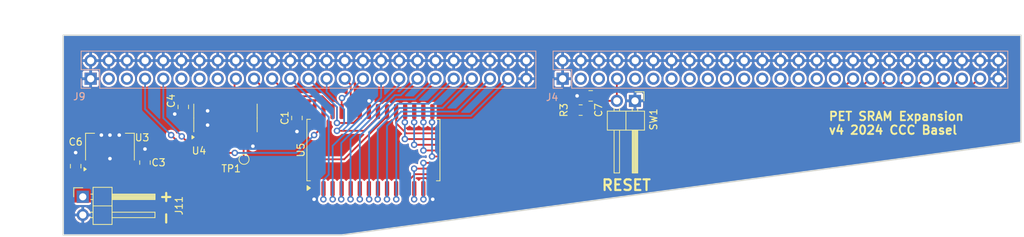
<source format=kicad_pcb>
(kicad_pcb
	(version 20240108)
	(generator "pcbnew")
	(generator_version "8.0")
	(general
		(thickness 1.6)
		(legacy_teardrops no)
	)
	(paper "A4")
	(title_block
		(title "CBM PET SRAM Expansion")
		(date "2024-03-10")
		(rev "4")
		(company "CCC Basel")
	)
	(layers
		(0 "F.Cu" signal)
		(31 "B.Cu" signal)
		(32 "B.Adhes" user "B.Adhesive")
		(33 "F.Adhes" user "F.Adhesive")
		(34 "B.Paste" user)
		(35 "F.Paste" user)
		(36 "B.SilkS" user "B.Silkscreen")
		(37 "F.SilkS" user "F.Silkscreen")
		(38 "B.Mask" user)
		(39 "F.Mask" user)
		(40 "Dwgs.User" user "User.Drawings")
		(41 "Cmts.User" user "User.Comments")
		(42 "Eco1.User" user "User.Eco1")
		(43 "Eco2.User" user "User.Eco2")
		(44 "Edge.Cuts" user)
		(45 "Margin" user)
		(46 "B.CrtYd" user "B.Courtyard")
		(47 "F.CrtYd" user "F.Courtyard")
		(48 "B.Fab" user)
		(49 "F.Fab" user)
		(50 "User.1" user)
		(51 "User.2" user)
		(52 "User.3" user)
		(53 "User.4" user)
		(54 "User.5" user)
		(55 "User.6" user)
		(56 "User.7" user)
		(57 "User.8" user)
		(58 "User.9" user)
	)
	(setup
		(stackup
			(layer "F.SilkS"
				(type "Top Silk Screen")
				(color "White")
			)
			(layer "F.Paste"
				(type "Top Solder Paste")
			)
			(layer "F.Mask"
				(type "Top Solder Mask")
				(color "Purple")
				(thickness 0.01)
			)
			(layer "F.Cu"
				(type "copper")
				(thickness 0.035)
			)
			(layer "dielectric 1"
				(type "core")
				(color "FR4 natural")
				(thickness 1.51)
				(material "FR4")
				(epsilon_r 4.5)
				(loss_tangent 0.02)
			)
			(layer "B.Cu"
				(type "copper")
				(thickness 0.035)
			)
			(layer "B.Mask"
				(type "Bottom Solder Mask")
				(color "Purple")
				(thickness 0.01)
			)
			(layer "B.Paste"
				(type "Bottom Solder Paste")
			)
			(layer "B.SilkS"
				(type "Bottom Silk Screen")
				(color "White")
			)
			(copper_finish "None")
			(dielectric_constraints no)
		)
		(pad_to_mask_clearance 0)
		(allow_soldermask_bridges_in_footprints no)
		(aux_axis_origin 80 70)
		(pcbplotparams
			(layerselection 0x00013fc_ffffffff)
			(plot_on_all_layers_selection 0x0000000_00000000)
			(disableapertmacros no)
			(usegerberextensions no)
			(usegerberattributes yes)
			(usegerberadvancedattributes yes)
			(creategerberjobfile yes)
			(dashed_line_dash_ratio 12.000000)
			(dashed_line_gap_ratio 3.000000)
			(svgprecision 4)
			(plotframeref no)
			(viasonmask no)
			(mode 1)
			(useauxorigin no)
			(hpglpennumber 1)
			(hpglpenspeed 20)
			(hpglpendiameter 15.000000)
			(pdf_front_fp_property_popups yes)
			(pdf_back_fp_property_popups yes)
			(dxfpolygonmode yes)
			(dxfimperialunits yes)
			(dxfusepcbnewfont yes)
			(psnegative no)
			(psa4output no)
			(plotreference yes)
			(plotvalue yes)
			(plotfptext yes)
			(plotinvisibletext no)
			(sketchpadsonfab no)
			(subtractmaskfromsilk yes)
			(outputformat 1)
			(mirror no)
			(drillshape 0)
			(scaleselection 1)
			(outputdirectory "plot/")
		)
	)
	(net 0 "")
	(net 1 "+5V")
	(net 2 "GND")
	(net 3 "/BD0")
	(net 4 "/BD1")
	(net 5 "/BD2")
	(net 6 "/BD3")
	(net 7 "/BD4")
	(net 8 "/BD5")
	(net 9 "/BD6")
	(net 10 "/BD7")
	(net 11 "/~{SEL2}")
	(net 12 "/~{SEL3}")
	(net 13 "/~{SEL4}")
	(net 14 "/~{SEL5}")
	(net 15 "/~{SEL6}")
	(net 16 "/~{SEL7}")
	(net 17 "/~{SEL8}")
	(net 18 "/~{SEL9}")
	(net 19 "/~{SELA}")
	(net 20 "/~{SELB}")
	(net 21 "/~{RESET}")
	(net 22 "/READY")
	(net 23 "/~{NMI}")
	(net 24 "/BA0")
	(net 25 "/BA1")
	(net 26 "/BA2")
	(net 27 "/BA3")
	(net 28 "/BA4")
	(net 29 "/BA5")
	(net 30 "/BA6")
	(net 31 "/BA7")
	(net 32 "/BA8")
	(net 33 "/BA9")
	(net 34 "/BA10")
	(net 35 "/BA11")
	(net 36 "/BA12")
	(net 37 "/BA13")
	(net 38 "/BA14")
	(net 39 "/BA15")
	(net 40 "/SYNC")
	(net 41 "/~{IRQ}")
	(net 42 "/CPHI2")
	(net 43 "/BR{slash}W")
	(net 44 "/~{BR{slash}W}")
	(net 45 "unconnected-(J4-Pin_9-Pad9)")
	(net 46 "unconnected-(J4-Pin_11-Pad11)")
	(net 47 "/~{CE}")
	(net 48 "unconnected-(J9-Pin_3-Pad3)")
	(net 49 "unconnected-(J9-Pin_11-Pad11)")
	(net 50 "+9V")
	(net 51 "Net-(U4-Pad3)")
	(net 52 "unconnected-(U4-Pad12)")
	(footprint "Resistor_SMD:R_0805_2012Metric" (layer "F.Cu") (at 152.4 80.5 180))
	(footprint "Package_SO:SOIC-14_3.9x8.7mm_P1.27mm" (layer "F.Cu") (at 102.7 81.6 90))
	(footprint "Capacitor_SMD:C_0805_2012Metric" (layer "F.Cu") (at 153.8 78.5 180))
	(footprint "Capacitor_SMD:C_0805_2012Metric" (layer "F.Cu") (at 96.8 80.05 -90))
	(footprint "TestPoint:TestPoint_Pad_D1.0mm" (layer "F.Cu") (at 105.3 87.4))
	(footprint "onitake:SOP-28_8.4x18.4mm_P1.27mm" (layer "F.Cu") (at 123.4 86.1 90))
	(footprint "Capacitor_SMD:C_0805_2012Metric" (layer "F.Cu") (at 91.436 87.856 -90))
	(footprint "Connector_PinHeader_2.54mm:PinHeader_1x02_P2.54mm_Horizontal" (layer "F.Cu") (at 82.736 92.656))
	(footprint "Connector_PinHeader_2.54mm:PinHeader_1x02_P2.54mm_Horizontal" (layer "F.Cu") (at 160 79.2 -90))
	(footprint "Capacitor_SMD:C_0805_2012Metric" (layer "F.Cu") (at 112.7 81.6 -90))
	(footprint "Capacitor_SMD:C_0805_2012Metric" (layer "F.Cu") (at 81.736 88.356 -90))
	(footprint "Package_TO_SOT_SMD:SOT-223-3_TabPin2" (layer "F.Cu") (at 86.536 85.656 90))
	(footprint "Connector_PinSocket_2.54mm:PinSocket_2x25_P2.54mm_Vertical" (layer "B.Cu") (at 83.836 76.096 -90))
	(footprint "Connector_PinSocket_2.54mm:PinSocket_2x25_P2.54mm_Vertical" (layer "B.Cu") (at 149.876 76.096 -90))
	(gr_poly
		(pts
			(xy 80 70) (xy 80 98) (xy 119 98) (xy 214 85) (xy 214 70)
		)
		(stroke
			(width 0.2)
			(type solid)
		)
		(fill none)
		(layer "Edge.Cuts")
		(uuid "be272d7d-28fb-4a21-b5a9-ddee6de1039e")
	)
	(gr_text "RESET"
		(at 155.2 91.9 0)
		(layer "F.SilkS")
		(uuid "ada680d6-551e-4b61-90bd-9334076f4bff")
		(effects
			(font
				(size 1.5 1.5)
				(thickness 0.3)
				(bold yes)
			)
			(justify left bottom)
		)
	)
	(gr_text "PET SRAM Expansion\nv4 2024 CCC Basel"
		(at 187 84 0)
		(layer "F.SilkS")
		(uuid "b8bf4f42-fff9-456d-9deb-5c596e5468c6")
		(effects
			(font
				(size 1.2 1.2)
				(thickness 0.25)
				(bold yes)
			)
			(justify left bottom)
		)
	)
	(gr_text "+ -"
		(at 93.636 91.556 270)
		(layer "F.SilkS")
		(uuid "f575302a-e095-4194-ad15-ebc506393443")
		(effects
			(font
				(size 1.5 1.5)
				(thickness 0.3)
				(bold yes)
			)
			(justify left bottom)
		)
	)
	(dimension
		(type aligned)
		(layer "Dwgs.User")
		(uuid "25c5cbdf-1465-4209-b7a4-4f41b235d643")
		(pts
			(xy 80 70) (xy 80 98)
		)
		(height 2.764)
		(gr_text "28.0000 mm"
			(at 76.086 84 90)
			(layer "Dwgs.User")
			(uuid "25c5cbdf-1465-4209-b7a4-4f41b235d643")
			(effects
				(font
					(size 1 1)
					(thickness 0.15)
				)
			)
		)
		(format
			(prefix "")
			(suffix "")
			(units 3)
			(units_format 1)
			(precision 4)
		)
		(style
			(thickness 0.15)
			(arrow_length 1.27)
			(text_position_mode 0)
			(extension_height 0.58642)
			(extension_offset 0.5) keep_text_aligned)
	)
	(dimension
		(type aligned)
		(layer "Dwgs.User")
		(uuid "dd05ee48-d460-4f4a-ba7d-423e1f3733ea")
		(pts
			(xy 214 70) (xy 80 70)
		)
		(height 2.944)
		(gr_text "134.0000 mm"
			(at 147 65.906 0)
			(layer "Dwgs.User")
			(uuid "dd05ee48-d460-4f4a-ba7d-423e1f3733ea")
			(effects
				(font
					(size 1 1)
					(thickness 0.15)
				)
			)
		)
		(format
			(prefix "")
			(suffix "")
			(units 3)
			(units_format 1)
			(precision 4)
		)
		(style
			(thickness 0.15)
			(arrow_length 1.27)
			(text_position_mode 0)
			(extension_height 0.58642)
			(extension_offset 0.5) keep_text_aligned)
	)
	(segment
		(start 91.436 86.906)
		(end 91.436 85.956)
		(width 0.25)
		(layer "F.Cu")
		(net 2)
		(uuid "011df45a-c56a-4cc1-9390-1a39d77c223f")
	)
	(segment
		(start 115.145 91.5)
		(end 115.145 92.955)
		(width 0.25)
		(layer "F.Cu")
		(net 2)
		(uuid "02e428fc-b89e-4ff2-aa00-e5637e78a4b9")
	)
	(segment
		(start 100.16 82.64)
		(end 100.2 82.6)
		(width 0.25)
		(layer "F.Cu")
		(net 2)
		(uuid "08643dd7-0e56-4c10-8129-6da5e9ff696d")
	)
	(segment
		(start 152.85 78.5)
		(end 151.9 78.5)
		(width 0.25)
		(layer "F.Cu")
		(net 2)
		(uuid "09936fb2-eb94-4d8a-9873-04801f5759f6")
	)
	(segment
		(start 106.546 84.181)
		(end 106.546 85.546)
		(width 0.25)
		(layer "F.Cu")
		(net 2)
		(uuid "1989c981-e8c9-437e-aa18-336ba27d20e3")
	)
	(segment
		(start 81.736 87.406)
		(end 81.736 86.456)
		(width 0.25)
		(layer "F.Cu")
		(net 2)
		(uuid "3f95890b-961e-49b9-9d7b-2cd1f8c21a78")
	)
	(segment
		(start 122.765 79.235)
		(end 122.8 79.2)
		(width 0.25)
		(layer "F.Cu")
		(net 2)
		(uuid "59ff3eb3-df33-482e-bbb8-6d74183c77e2")
	)
	(segment
		(start 131.655 92.955)
		(end 131.7 93)
		(width 0.25)
		(layer "F.Cu")
		(net 2)
		(uuid "6b0dc4ff-1eac-4d59-be5b-ee9f5843a141")
	)
	(segment
		(start 131.655 91.5)
		(end 131.655 92.955)
		(width 0.25)
		(layer "F.Cu")
		(net 2)
		(uuid "76ad35f1-bcdd-401b-9fce-e92a3b34e5cf")
	)
	(segment
		(start 100.16 79.125)
		(end 100.16 80.56)
		(width 0.25)
		(layer "F.Cu")
		(net 2)
		(uuid "9078e618-2aa9-43e9-958d-a3c79df963c4")
	)
	(segment
		(start 98.89 84.075)
		(end 100.16 84.075)
		(width 0.25)
		(layer "F.Cu")
		(net 2)
		(uuid "ad363c8d-bb74-4beb-bc6b-70b8237f3fd4")
	)
	(segment
		(start 100.16 80.56)
		(end 100.2 80.6)
		(width 0.25)
		(layer "F.Cu")
		(net 2)
		(uuid "b20ca6bd-30a2-4d0c-91ff-418769c11137")
	)
	(segment
		(start 115.145 92.955)
		(end 115.1 93)
		(width 0.25)
		(layer "F.Cu")
		(net 2)
		(uuid "beeb7810-4174-4d7b-9a93-2abea3d35cc6")
	)
	(segment
		(start 112.7 82.55)
		(end 112.7 83.5)
		(width 0.25)
		(layer "F.Cu")
		(net 2)
		(uuid "c1c69e82-24b6-4de5-8a2d-c008c05670bb")
	)
	(segment
		(start 122.765 80.7)
		(end 122.765 79.235)
		(width 0.25)
		(layer "F.Cu")
		(net 2)
		(uuid "cf5a0d34-70a6-4b58-838f-1ce8db114a19")
	)
	(segment
		(start 106.546 85.546)
		(end 106.536 85.556)
		(width 0.25)
		(layer "F.Cu")
		(net 2)
		(uuid "e50a67c0-8908-49ba-b1df-c003ad73d663")
	)
	(segment
		(start 100.16 84.075)
		(end 100.16 82.64)
		(width 0.25)
		(layer "F.Cu")
		(net 2)
		(uuid "f412aecd-c210-4b3d-8eb9-e882dd5c501e")
	)
	(segment
		(start 95.644 81.006)
		(end 95.6 81.05)
		(width 0.25)
		(layer "F.Cu")
		(net 2)
		(uuid "f5e250d8-bd92-4f93-83c9-a7dd879221ca")
	)
	(segment
		(start 96.786 81.006)
		(end 95.644 81.006)
		(width 0.25)
		(layer "F.Cu")
		(net 2)
		(uuid "fbbf6420-a820-4acd-bd20-864b2326a1d4")
	)
	(via
		(at 86.536 84)
		(size 0.9)
		(drill 0.5)
		(layers "F.Cu" "B.Cu")
		(net 2)
		(uuid "0da8a494-c134-49fe-b3a9-f9b3426eed95")
	)
	(via
		(at 86.536 87.3)
		(size 0.9)
		(drill 0.5)
		(layers "F.Cu" "B.Cu")
		(net 2)
		(uuid "3cfaebeb-7fe8-4b5d-92f6-c84a2aab1056")
	)
	(via
		(at 91.436 85.956)
		(size 0.9)
		(drill 0.5)
		(layers "F.Cu" "B.Cu")
		(net 2)
		(uuid "435c66de-af88-4171-a0b0-b8a13dccdc14")
	)
	(via
		(at 95.6 81.05)
		(size 0.9)
		(drill 0.5)
		(layers "F.Cu" "B.Cu")
		(net 2)
		(uuid "499cbfd1-0075-484f-a404-c5eff30afd46")
	)
	(via
		(at 100.2 82.6)
		(size 0.9)
		(drill 0.5)
		(layers "F.Cu" "B.Cu")
		(net 2)
		(uuid "672268ce-e32c-4812-ad17-6428ea38b051")
	)
	(via
		(at 106.536 85.556)
		(size 0.9)
		(drill 0.5)
		(layers "F.Cu" "B.Cu")
		(net 2)
		(uuid "6de8f9c1-096d-41ff-a901-6a6dfa13d2ec")
	)
	(via
		(at 85.336 84)
		(size 0.9)
		(drill 0.5)
		(layers "F.Cu" "B.Cu")
		(net 2)
		(uuid "7eec2928-bca4-4d37-9646-3aba21192767")
	)
	(via
		(at 87.836 84)
		(size 0.9)
		(drill 0.5)
		(layers "F.Cu" "B.Cu")
		(net 2)
		(uuid "83324a08-e1b8-4a03-8032-158e41eae093")
	)
	(via
		(at 81.736 86.456)
		(size 0.9)
		(drill 0.5)
		(layers "F.Cu" "B.Cu")
		(net 2)
		(uuid "937a74fe-deb6-42a4-9615-0ba7fc53e4ce")
	)
	(via
		(at 151.9 78.5)
		(size 0.9)
		(drill 0.5)
		(layers "F.Cu" "B.Cu")
		(net 2)
		(uuid "a612e9e5-1c63-443a-8260-f00bab1076ae")
	)
	(via
		(at 112.7 83.5)
		(size 0.9)
		(drill 0.5)
		(layers "F.Cu" "B.Cu")
		(net 2)
		(uuid "b0612053-dc0e-4c72-97ae-fd3071074bb9")
	)
	(via
		(at 131.7 93)
		(size 0.9)
		(drill 0.5)
		(layers "F.Cu" "B.Cu")
		(net 2)
		(uuid "bd2dc587-7215-42a7-bf75-51fc163c1ea4")
	)
	(via
		(at 115.1 93)
		(size 0.9)
		(drill 0.5)
		(layers "F.Cu" "B.Cu")
		(net 2)
		(uuid "db492f56-097b-4e0a-b16e-23a3deb2ae6d")
	)
	(via
		(at 122.8 79.2)
		(size 0.9)
		(drill 0.5)
		(layers "F.Cu" "B.Cu")
		(net 2)
		(uuid "dd6a9648-dc39-4174-8cc3-cce841d1eb70")
	)
	(via
		(at 100.2 80.6)
		(size 0.9)
		(drill 0.5)
		(layers "F.Cu" "B.Cu")
		(net 2)
		(uuid "e16e416c-8c3d-4eb4-896d-6bc0042c9b80")
	)
	(segment
		(start 141.2 89.48093)
		(end 198.236 83.456)
		(width 0.25)
		(layer "F.Cu")
		(net 3)
		(uuid "4377e920-9488-4dab-b6a9-a1cc8a6c0fbb")
	)
	(segment
		(start 198.236 83.456)
		(end 208.296 76.096)
		(width 0.25)
		(layer "F.Cu")
		(net 3)
		(uuid "5f48dd48-ebc5-4c5f-bcab-c23a9c526fd4")
	)
	(segment
		(start 141.2 89.48093)
		(end 129.21907 89.48093)
		(width 0.25)
		(layer "F.Cu")
		(net 3)
		(uuid "c017251e-fc7c-4301-9083-310bf17a8f03")
	)
	(segment
		(start 127.845 90.855)
		(end 129.21907 89.48093)
		(width 0.25)
		(layer "F.Cu")
		(net 3)
		(uuid "c7ce0e2c-7c00-40e0-9109-80112e8a578a")
	)
	(segment
		(start 127.845 91.5)
		(end 127.845 90.855)
		(width 0.25)
		(layer "F.Cu")
		(net 3)
		(uuid "f7e3997c-caa8-4746-902d-96c6b4fc5ea1")
	)
	(segment
		(start 129.115 92.985)
		(end 129.1 93)
		(width 0.25)
		(layer "F.Cu")
		(net 4)
		(uuid "2d786f91-1315-4f92-ae69-2981c1dd05ba")
	)
	(segment
		(start 197.136 82.556)
		(end 205.756 76.096)
		(width 0.25)
		(layer "F.Cu")
		(net 4)
		(uuid "55001221-5b96-4dcd-951e-549dbc7b2eb6")
	)
	(segment
		(start 129.115 91.5)
		(end 129.115 92.985)
		(width 0.25)
		(layer "F.Cu")
		(net 4)
		(uuid "a054cc1e-6b66-4cc8-b942-0b91bbb0008d")
	)
	(segment
		(start 140.9 88.7)
		(end 197.136 82.556)
		(width 0.25)
		(layer "F.Cu")
		(net 4)
		(uuid "a93e7953-a489-4383-8234-3523e4d9237e")
	)
	(segment
		(start 129.1 88.7)
		(end 140 88.7)
		(width 0.25)
		(layer "F.Cu")
		(net 4)
		(uuid "b1a958d0-a5e2-4da3-94a4-22a0b731a7a3")
	)
	(segment
		(start 140 88.7)
		(end 140.9 88.7)
		(width 0.25)
		(layer "F.Cu")
		(net 4)
		(uuid "d265ba8c-78ec-4081-9462-297fc418d6f0")
	)
	(via
		(at 129.1 88.7)
		(size 0.9)
		(drill 0.5)
		(layers "F.Cu" "B.Cu")
		(net 4)
		(uuid "46f19b54-4e4b-4f01-8607-662dee1df27d")
	)
	(via
		(at 129.1 93)
		(size 0.9)
		(drill 0.5)
		(layers "F.Cu" "B.Cu")
		(net 4)
		(uuid "c4456c2d-9530-47a0-875b-cbad57d9d1b4")
	)
	(segment
		(start 129.1 93)
		(end 129.1 88.6)
		(width 0.25)
		(layer "B.Cu")
		(net 4)
		(uuid "b40a4a98-aec0-43c5-9338-b8b44164ddab")
	)
	(segment
		(start 195.436 81.756)
		(end 203.216 76.096)
		(width 0.25)
		(layer "F.Cu")
		(net 5)
		(uuid "6b7bb7b4-5397-4337-9789-d352a230b339")
	)
	(segment
		(start 140.8 87.9)
		(end 195.436 81.756)
		(width 0.25)
		(layer "F.Cu")
		(net 5)
		(uuid "9605b386-572f-411b-93d9-74d43554c249")
	)
	(segment
		(start 130.385 91.5)
		(end 130.385 92.985)
		(width 0.25)
		(layer "F.Cu")
		(net 5)
		(uuid "c94ca107-2e11-4778-852b-8784a0a9e929")
	)
	(segment
		(start 130.4 87.9)
		(end 140.8 87.9)
		(width 0.25)
		(layer "F.Cu")
		(net 5)
		(uuid "e7dced43-7d36-4393-a273-0fe24229a98b")
	)
	(segment
		(start 130.385 92.985)
		(end 130.4 93)
		(width 0.25)
		(layer "F.Cu")
		(net 5)
		(uuid "e8cdcac2-8c23-4329-b446-54bced7b524a")
	)
	(via
		(at 130.4 87.9)
		(size 0.9)
		(drill 0.5)
		(layers "F.Cu" "B.Cu")
		(net 5)
		(uuid "b1f6acc5-865b-432f-a457-e69810d5808b")
	)
	(via
		(at 130.4 93)
		(size 0.9)
		(drill 0.5)
		(layers "F.Cu" "B.Cu")
		(net 5)
		(uuid "d9d9eb82-bfbc-42a1-9871-f14ec61934e1")
	)
	(segment
		(start 130.4 93)
		(end 130.4 87.9)
		(width 0.25)
		(layer "B.Cu")
		(net 5)
		(uuid "512acc34-a99a-407f-84f3-2ca216102882")
	)
	(segment
		(start 140.4 87)
		(end 193.936 80.956)
		(width 0.25)
		(layer "F.Cu")
		(net 6)
		(uuid "14ac3548-e0fc-4bd7-aa2e-832515b85fb8")
	)
	(segment
		(start 131.6 87)
		(end 140.4 87)
		(width 0.25)
		(layer "F.Cu")
		(net 6)
		(uuid "197715b8-a8e7-44ce-bee2-15f00e6e30a1")
	)
	(segment
		(start 131.655 82.145)
		(end 131.6 82.2)
		(width 0.25)
		(layer "F.Cu")
		(net 6)
		(uuid "52fd5f7d-d249-477d-8722-4ed09ee8abd2")
	)
	(segment
		(start 131.655 80.7)
		(end 131.655 82.145)
		(width 0.25)
		(layer "F.Cu")
		(net 6)
		(uuid "78e59600-1478-4f61-a11d-e56c7ae71657")
	)
	(segment
		(start 193.936 80.956)
		(end 200.676 76.096)
		(width 0.25)
		(layer "F.Cu")
		(net 6)
		(uuid "d8c353b5-a3d7-484e-8216-6044488beff3")
	)
	(via
		(at 131.6 82.2)
		(size 0.9)
		(drill 0.5)
		(layers "F.Cu" "B.Cu")
		(net 6)
		(uuid "70d2d356-e304-46ee-a940-1f04b0373069")
	)
	(via
		(at 131.6 87)
		(size 0.9)
		(drill 0.5)
		(layers "F.Cu" "B.Cu")
		(net 6)
		(uuid "dac09345-4a8e-47e9-bb77-255a266ae577")
	)
	(segment
		(start 131.6 82.2)
		(end 131.6 87)
		(width 0.25)
		(layer "B.Cu")
		(net 6)
		(uuid "875c3fa9-e731-4697-bb48-7c5b2da64d59")
	)
	(segment
		(start 198.136 76.096)
		(end 192.536 80.156)
		(width 0.25)
		(layer "F.Cu")
		(net 7)
		(uuid "0f5c8c98-2fef-47ac-bd3a-14557d5e78c0")
	)
	(segment
		(start 192.536 80.156)
		(end 140 86.156)
		(width 0.25)
		(layer "F.Cu")
		(net 7)
		(uuid "72eb21df-c996-4d26-ae94-5503554be69f")
	)
	(segment
		(start 130.385 82.185)
		(end 130.4 82.2)
		(width 0.25)
		(layer "F.Cu")
		(net 7)
		(uuid "935f14c8-7aa4-4d48-aeae-b4c0833e51c4")
	)
	(segment
		(start 130.385 80.7)
		(end 130.385 82.185)
		(width 0.25)
		(layer "F.Cu")
		(net 7)
		(uuid "9fb51dc2-c9fa-4d8d-8977-6aafa332a0b1")
	)
	(segment
		(start 140 86.156)
		(end 130.4 86.156)
		(width 0.25)
		(layer "F.Cu")
		(net 7)
		(uuid "d7ce2e6b-fdcf-46cc-aac7-e38567571693")
	)
	(via
		(at 130.4 86.156)
		(size 0.9)
		(drill 0.5)
		(layers "F.Cu" "B.Cu")
		(net 7)
		(uuid "438a8555-730a-48fc-8be8-7a732567203a")
	)
	(via
		(at 130.4 82.2)
		(size 0.9)
		(drill 0.5)
		(layers "F.Cu" "B.Cu")
		(net 7)
		(uuid "f327f6f6-8151-4ce9-a0a3-b40d6beef89c")
	)
	(segment
		(start 130.4 82.2)
		(end 130.4 86.156)
		(width 0.25)
		(layer "B.Cu")
		(net 7)
		(uuid "2d3637b7-0f13-46b0-916c-34f66978453d")
	)
	(segment
		(start 139.8 85.356)
		(end 191.336 79.256)
		(width 0.25)
		(layer "F.Cu")
		(net 8)
		(uuid "116d5abf-337e-4cec-90c8-2261d324b77f")
	)
	(segment
		(start 129.115 80.7)
		(end 129.115 82.185)
		(width 0.25)
		(layer "F.Cu")
		(net 8)
		(uuid "82a1157b-5fef-45fe-ad94-c9dc593ab67f")
	)
	(segment
		(start 191.336 79.256)
		(end 195.596 76.096)
		(width 0.25)
		(layer "F.Cu")
		(net 8)
		(uuid "91ea0062-e015-48c9-850f-282d10a79093")
	)
	(segment
		(start 129.1 85.356)
		(end 139.8 85.356)
		(width 0.25)
		(layer "F.Cu")
		(net 8)
		(uuid "a5e18cad-4d20-4ff4-944e-82af3925206d")
	)
	(segment
		(start 129.115 82.185)
		(end 129.1 82.2)
		(width 0.25)
		(layer "F.Cu")
		(net 8)
		(uuid "fe8293e3-6bc0-433f-baa5-d403b6c21fe3")
	)
	(via
		(at 129.1 82.2)
		(size 0.9)
		(drill 0.5)
		(layers "F.Cu" "B.Cu")
		(net 8)
		(uuid "1d4b20a1-5a7e-44e5-ab27-92dc9b23a79d")
	)
	(via
		(at 129.1 85.356)
		(size 0.9)
		(drill 0.5)
		(layers "F.Cu" "B.Cu")
		(net 8)
		(uuid "9e1da13b-3485-4d90-9f72-2f7d4a03a5c5")
	)
	(segment
		(start 129.1 82.2)
		(end 129.1 85.356)
		(width 0.25)
		(layer "B.Cu")
		(net 8)
		(uuid "d5d21139-cc80-461e-94aa-0a8013fe6f79")
	)
	(segment
		(start 127.845 80.7)
		(end 127.845 82.155)
		(width 0.25)
		(layer "F.Cu")
		(net 9)
		(uuid "308723c0-1c24-4ee6-8f3d-e4a18becde29")
	)
	(segment
		(start 193.056 76.096)
		(end 189.936 78.456)
		(width 0.25)
		(layer "F.Cu")
		(net 9)
		(uuid "551173eb-fd22-4413-a3dc-4bc20333103e")
	)
	(segment
		(start 127.845 82.155)
		(end 127.8 82.2)
		(width 0.25)
		(layer "F.Cu")
		(net 9)
		(uuid "6277b2e1-bdd6-450f-a50a-d9f05e869545")
	)
	(segment
		(start 139.6 84.6)
		(end 127.8 84.556)
		(width 0.25)
		(layer "F.Cu")
		(net 9)
		(uuid "da74a2f9-dd9e-42ed-9e94-0bb84b2a7cce")
	)
	(segment
		(start 189.936 78.456)
		(end 139.6 84.6)
		(width 0.25)
		(layer "F.Cu")
		(net 9)
		(uuid "ed15a522-c1a7-475c-b025-2b1d99a39a8b")
	)
	(via
		(at 127.8 82.2)
		(size 0.9)
		(drill 0.5)
		(layers "F.Cu" "B.Cu")
		(net 9)
		(uuid "98f271c1-dc65-44d4-a6a9-1ca3cf36565f")
	)
	(via
		(at 127.8 84.556)
		(size 0.9)
		(drill 0.5)
		(layers "F.Cu" "B.Cu")
		(net 9)
		(uuid "a4ff440f-2ea2-4a66-bac7-a6056d50e274")
	)
	(segment
		(start 127.8 82.2)
		(end 127.8 84.556)
		(width 0.25)
		(layer "B.Cu")
		(net 9)
		(uuid "91b5c6cb-f6f5-48bc-8169-9ca2886b5aa3")
	)
	(segment
		(start 126.575 82.331)
		(end 128 83.756)
		(width 0.25)
		(layer "F.Cu")
		(net 10)
		(uuid "19fced56-cdcb-4231-bfeb-8f4929a4eb6f")
	)
	(segment
		(start 139.3 83.756)
		(end 128 83.756)
		(width 0.25)
		(layer "F.Cu")
		(net 10)
		(uuid "798bcae0-f4ce-47b8-96eb-e65a19f3143e")
	)
	(segment
		(start 188.836 77.556)
		(end 139.3 83.756)
		(width 0.25)
		(layer "F.Cu")
		(net 10)
		(uuid "a402a2fb-2112-4fda-b7ba-a839da50ab54")
	)
	(segment
		(start 190.516 76.096)
		(end 188.836 77.556)
		(width 0.25)
		(layer "F.Cu")
		(net 10)
		(uuid "b0e1848c-ae16-4ce3-9ac1-b0a9a5a31d91")
	)
	(segment
		(start 126.575 80.7)
		(end 126.575 82.331)
		(width 0.25)
		(layer "F.Cu")
		(net 10)
		(uuid "d9751a7e-f7c3-4843-b518-819327c62fc3")
	)
	(segment
		(start 157.46 76.132)
		(end 157.46 79.2)
		(width 0.25)
		(layer "F.Cu")
		(net 21)
		(uuid "1c58a734-9233-4765-bf81-0cce6e05021e")
	)
	(segment
		(start 154.75 78.75)
		(end 153.3125 80.1875)
		(width 0.25)
		(layer "F.Cu")
		(net 21)
		(uuid "2314484d-83af-4de8-99af-5dbf64b0f33e")
	)
	(segment
		(start 153.3125 80.1875)
		(end 153.3125 80.5)
		(width 0.25)
		(layer "F.Cu")
		(net 21)
		(uuid "4cf663d1-14a0-49a5-a48a-5e9dbe418a22")
	)
	(segment
		(start 154.75 78.5)
		(end 154.75 78.75)
		(width 0.25)
		(layer "F.Cu")
		(net 21)
		(uuid "68a30df9-a8f4-4cac-abab-6d9f5f5f4622")
	)
	(segment
		(start 157.46 79.2)
		(end 155.3 79.2)
		(width 0.25)
		(layer "F.Cu")
		(net 21)
		(uuid "9d49c2a8-c902-4399-b6ef-b6a1522720ae")
	)
	(segment
		(start 154.75 78.65)
		(end 154.75 78.5)
		(width 0.25)
		(layer "F.Cu")
		(net 21)
		(uuid "a56ab1e9-35bb-4f82-94b1-8fa3b754c032")
	)
	(segment
		(start 155.3 79.2)
		(end 154.75 78.65)
		(width 0.25)
		(layer "F.Cu")
		(net 21)
		(uuid "cec41576-a285-4f01-bf4f-ade479f91936")
	)
	(segment
		(start 157.496 76.096)
		(end 157.46 76.132)
		(width 0.25)
		(layer "F.Cu")
		(net 21)
		(uuid "f34e2ea7-c6f2-44b5-9267-d6e5baf0f496")
	)
	(segment
		(start 126.575 91.5)
		(end 126.575 92.975)
		(width 0.25)
		(layer "F.Cu")
		(net 24)
		(uuid "1e6cb2a0-74ae-4ef1-8439-5eca079c28b5")
	)
	(segment
		(start 126.575 92.975)
		(end 126.6 93)
		(width 0.25)
		(layer "F.Cu")
		(net 24)
		(uuid "5c25b3ea-01da-4474-b826-4c263679edcb")
	)
	(via
		(at 126.6 93)
		(size 0.9)
		(drill 0.5)
		(layers "F.Cu" "B.Cu")
		(net 24)
		(uuid "5c01657e-c25f-4132-bfab-e07fea2ca3a5")
	)
	(segment
		(start 137.052 81.3)
		(end 142.256 76.096)
		(width 0.25)
		(layer "B.Cu")
		(net 24)
		(uuid "301b2ded-a149-44b8-88d2-2fe34ce75fce")
	)
	(segment
		(start 126.6 82.2)
		(end 127.5 81.3)
		(width 0.25)
		(layer "B.Cu")
		(net 24)
		(uuid "4462e4b7-5154-491f-8126-5bb9e57dd779")
	)
	(segment
		(start 126.6 93)
		(end 126.6 82.2)
		(width 0.25)
		(layer "B.Cu")
		(net 24)
		(uuid "86c7309e-9b16-42f6-8bfb-4682d7569bae")
	)
	(segment
		(start 127.5 81.3)
		(end 137.052 81.3)
		(width 0.25)
		(layer "B.Cu")
		(net 24)
		(uuid "95814f7d-a824-4fde-ae7a-83fd9f7345c3")
	)
	(segment
		(start 125.305 91.5)
		(end 125.305 92.995)
		(width 0.25)
		(layer "F.Cu")
		(net 25)
		(uuid "3a840fc5-44bb-43cf-a76c-287bf60505d2")
	)
	(segment
		(start 125.305 92.995)
		(end 125.3 93)
		(width 0.25)
		(layer "F.Cu")
		(net 25)
		(uuid "954aca77-0b18-4704-8205-afaa88067e30")
	)
	(via
		(at 125.3 93)
		(size 0.9)
		(drill 0.5)
		(layers "F.Cu" "B.Cu")
		(net 25)
		(uuid "2687c096-66fb-4deb-bb4f-3c0d365c19bd")
	)
	(segment
		(start 125.3 82.7)
		(end 127.3 80.7)
		(width 0.25)
		(layer "B.Cu")
		(net 25)
		(uuid "1b1b677b-f62d-4fa1-87a3-6ba60a8ede49")
	)
	(segment
		(start 135.112 80.7)
		(end 139.716 76.096)
		(width 0.25)
		(layer "B.Cu")
		(net 25)
		(uuid "23a7d231-0a29-424d-8d7c-c7f4875fc4e1")
	)
	(segment
		(start 125.3 93)
		(end 125.3 82.7)
		(width 0.25)
		(layer "B.Cu")
		(net 25)
		(uuid "91cae37f-52c2-4152-b379-4ea9c5bdf6ff")
	)
	(segment
		(start 127.3 80.7)
		(end 135.112 80.7)
		(width 0.25)
		(layer "B.Cu")
		(net 25)
		(uuid "9954fbc5-9b5e-4a21-8b51-a2aa086f0c32")
	)
	(segment
		(start 124.035 92.965)
		(end 124 93)
		(width 0.25)
		(layer "F.Cu")
		(net 26)
		(uuid "02d3270c-82e1-4023-86b7-acd6230a3cb7")
	)
	(segment
		(start 124.035 91.5)
		(end 124.035 92.965)
		(width 0.25)
		(layer "F.Cu")
		(net 26)
		(uuid "f84b4a15-e82a-4045-805f-e0a073103873")
	)
	(via
		(at 124 93)
		(size 0.9)
		(drill 0.5)
		(layers "F.Cu" "B.Cu")
		(net 26)
		(uuid "b0bb5154-841e-454a-b915-69cce9622607")
	)
	(segment
		(start 127 80.2)
		(end 133.072 80.2)
		(width 0.25)
		(layer "B.Cu")
		(net 26)
		(uuid "873aa0dc-15cc-45a1-b9b8-8a00b1a7677b")
	)
	(segment
		(start 124 83.2)
		(end 127 80.2)
		(width 0.25)
		(layer "B.Cu")
		(net 26)
		(uuid "889a2552-c0f9-4330-8026-0852ffb57fa8")
	)
	(segment
		(start 124 93)
		(end 124 83.2)
		(width 0.25)
		(layer "B.Cu")
		(net 26)
		(uuid "9fef6e1f-d905-4103-87f0-9fb72d0bf0d9")
	)
	(segment
		(start 133.072 80.2)
		(end 137.176 76.096)
		(width 0.25)
		(layer "B.Cu")
		(net 26)
		(uuid "a7bcbfad-b448-4a0c-b096-906e4a56175f")
	)
	(segment
		(start 122.765 91.5)
		(end 122.765 92.965)
		(width 0.25)
		(layer "F.Cu")
		(net 27)
		(uuid "2879551b-520d-47d5-93e9-1fbae7f3a2d5")
	)
	(segment
		(start 122.765 92.965)
		(end 122.8 93)
		(width 0.25)
		(layer "F.Cu")
		(net 27)
		(uuid "50616682-32e4-482c-92cf-a51c87eb76ad")
	)
	(via
		(at 122.8 93)
		(size 0.9)
		(drill 0.5)
		(layers "F.Cu" "B.Cu")
		(net 27)
		(uuid "bc34f387-c0ae-4e3b-a000-4f105c992736")
	)
	(segment
		(start 122.8 93)
		(end 122.8 83.6)
		(width 0.25)
		(layer "B.Cu")
		(net 27)
		(uuid "27f77295-84a0-41d2-aaac-1a8ea69913cb")
	)
	(segment
		(start 131.132 79.6)
		(end 134.636 76.096)
		(width 0.25)
		(layer "B.Cu")
		(net 27)
		(uuid "3453850c-aa5f-431c-9483-16fb74fb3498")
	)
	(segment
		(start 122.8 83.6)
		(end 126.8 79.6)
		(width 0.25)
		(layer "B.Cu")
		(net 27)
		(uuid "4c6537ce-9f67-4487-aa28-526752cb2aee")
	)
	(segment
		(start 126.8 79.6)
		(end 131.132 79.6)
		(width 0.25)
		(layer "B.Cu")
		(net 27)
		(uuid "de260637-8134-42a7-8170-f5cdacc1c348")
	)
	(segment
		(start 121.495 91.5)
		(end 121.495 92.995)
		(width 0.25)
		(layer "F.Cu")
		(net 28)
		(uuid "bfc9d0f7-6882-448d-a00d-baf842567619")
	)
	(segment
		(start 121.495 92.995)
		(end 121.5 93)
		(width 0.25)
		(layer "F.Cu")
		(net 28)
		(uuid "ec236f10-6ac6-442c-8de8-ee4b5b5c2e4e")
	)
	(via
		(at 121.5 93)
		(size 0.9)
		(drill 0.5)
		(layers "F.Cu" "B.Cu")
		(net 28)
		(uuid "322c0eb4-e3ec-4ff1-bc07-c09bca58f20b")
	)
	(segment
		(start 129.192 79)
		(end 132.096 76.096)
		(width 0.25)
		(layer "B.Cu")
		(net 28)
		(uuid "0443d685-7a79-4db4-9349-9730a00a77b2")
	)
	(segment
		(start 121.5 84.1)
		(end 126.6 79)
		(width 0.25)
		(layer "B.Cu")
		(net 28)
		(uuid "92d49005-5ac6-4b84-9839-c53f963b220e")
	)
	(segment
		(start 121.5 93)
		(end 121.5 84.1)
		(width 0.25)
		(layer "B.Cu")
		(net 28)
		(uuid "bacd9cdb-6d81-4d21-bd78-c1c83d8d922d")
	)
	(segment
		(start 126.6 79)
		(end 129.192 79)
		(width 0.25)
		(layer "B.Cu")
		(net 28)
		(uuid "f766b8ec-e677-4dbe-9aac-4df3468c74f0")
	)
	(segment
		(start 120.225 91.5)
		(end 120.225 92.975)
		(width 0.25)
		(layer "F.Cu")
		(net 29)
		(uuid "653d3447-582d-46cc-af1b-80ddb98a9b3a")
	)
	(segment
		(start 120.225 92.975)
		(end 120.2 93)
		(width 0.25)
		(layer "F.Cu")
		(net 29)
		(uuid "9358d784-e396-47e9-a21c-1bd3f5c9fa19")
	)
	(via
		(at 120.2 93)
		(size 0.9)
		(drill 0.5)
		(layers "F.Cu" "B.Cu")
		(net 29)
		(uuid "f7222fd7-024f-4856-b684-cd3c462ba71e")
	)
	(segment
		(start 127.252 78.4)
		(end 129.556 76.096)
		(width 0.25)
		(layer "B.Cu")
		(net 29)
		(uuid "499843dc-cd66-407c-99f7-1e519619e6c2")
	)
	(segment
		(start 126.4 78.4)
		(end 127.252 78.4)
		(width 0.25)
		(layer "B.Cu")
		(net 29)
		(uuid "9c152cc6-bbba-4a26-86fd-22392be05e2b")
	)
	(segment
		(start 120.2 84.6)
		(end 126.4 78.4)
		(width 0.25)
		(layer "B.Cu")
		(net 29)
		(uuid "a8562087-57b3-4e81-ad3a-2db56c6abfd4")
	)
	(segment
		(start 120.2 93)
		(end 120.2 84.6)
		(width 0.25)
		(layer "B.Cu")
		(net 29)
		(uuid "d709c695-fbe3-4f01-bef9-c22217102eff")
	)
	(segment
		(start 118.955 92.945)
		(end 118.9 93)
		(width 0.25)
		(layer "F.Cu")
		(net 30)
		(uuid "110b9e53-f1be-4d8f-bdc1-9c0f44996ab7")
	)
	(segment
		(start 118.955 91.5)
		(end 118.955 92.945)
		(width 0.25)
		(layer "F.Cu")
		(net 30)
		(uuid "84c67328-2a7a-4b42-911a-56354910b052")
	)
	(via
		(at 118.9 93)
		(size 0.9)
		(drill 0.5)
		(layers "F.Cu" "B.Cu")
		(net 30)
		(uuid "3ab56e1e-74ad-481e-9178-11b432195c20")
	)
	(segment
		(start 127.016 76.984)
		(end 127.016 76.096)
		(width 0.25)
		(layer "B.Cu")
		(net 30)
		(uuid "6173c2bb-bb96-4b03-a3a5-73b8becceef7")
	)
	(segment
		(start 118.9 93)
		(end 118.9 85.1)
		(width 0.25)
		(layer "B.Cu")
		(net 30)
		(uuid "a028f464-ca43-4e2b-924e-3a030bf7cc6b")
	)
	(segment
		(start 118.9 85.1)
		(end 127.016 76.984)
		(width 0.25)
		(layer "B.Cu")
		(net 30)
		(uuid "cdeaa0ef-1f7e-4c48-ab30-95313e519f8f")
	)
	(segment
		(start 117.685 91.5)
		(end 117.685 92.985)
		(width 0.25)
		(layer "F.Cu")
		(net 31)
		(uuid "4e13cab6-be6b-4dba-83ae-0f5dab58473c")
	)
	(segment
		(start 117.685 92.985)
		(end 117.7 93)
		(width 0.25)
		(layer "F.Cu")
		(net 31)
		(uuid "ea40af35-cdfb-43cb-a6cf-58499918e3ce")
	)
	(via
		(at 117.7 93)
		(size 0.9)
		(drill 0.5)
		(layers "F.Cu" "B.Cu")
		(net 31)
		(uuid "2986cc84-70ac-401e-b184-1e69427abcef")
	)
	(segment
		(start 117.7 85.5)
		(end 124.476 78.724)
		(width 0.25)
		(layer "B.Cu")
		(net 31)
		(uuid "118523ed-90ae-4525-bfcd-f59e3f36d547")
	)
	(segment
		(start 117.7 93)
		(end 117.7 85.5)
		(width 0.25)
		(layer "B.Cu")
		(net 31)
		(uuid "9a653a07-b0b6-4625-8ae8-3f3639d0b391")
	)
	(segment
		(start 124.476 78.724)
		(end 124.476 76.096)
		(width 0.25)
		(layer "B.Cu")
		(net 31)
		(uuid "f425a1d3-8c23-446f-b61d-3de6a492f4cb")
	)
	(segment
		(start 118.955 80.7)
		(end 118.955 78.845)
		(width 0.25)
		(layer "F.Cu")
		(net 32)
		(uuid "8b9ec4a0-c2dd-4abf-abb3-a98c57ec0100")
	)
	(segment
		(start 118.955 78.845)
		(end 119 78.8)
		(width 0.25)
		(layer "F.Cu")
		(net 32)
		(uuid "a4e5975d-cf2e-4ba6-b0cd-d953da7427ea")
	)
	(via
		(at 119 78.8)
		(size 0.9)
		(drill 0.5)
		(layers "F.Cu" "B.Cu")
		(net 32)
		(uuid "782551f8-f1da-45f9-b910-bfa353963dcd")
	)
	(segment
		(start 119 78.8)
		(end 119.232 78.8)
		(width 0.25)
		(layer "B.Cu")
		(net 32)
		(uuid "3128226b-fb85-430b-ae5c-aaf78c3b8549")
	)
	(segment
		(start 119.232 78.8)
		(end 121.936 76.096)
		(width 0.25)
		(layer "B.Cu")
		(net 32)
		(uuid "81ed4db9-96c7-4094-ae65-3ca6a656781c")
	)
	(segment
		(start 120.225 76.925)
		(end 119.396 76.096)
		(width 0.25)
		(layer "F.Cu")
		(net 33)
		(uuid "5ed10718-8e64-4eaa-a5e9-2f9815fa0a89")
	)
	(segment
		(start 120.225 80.7)
		(end 120.225 76.925)
		(width 0.25)
		(layer "F.Cu")
		(net 33)
		(uuid "62534255-16d9-4546-aee0-653d2381e1dd")
	)
	(segment
		(start 122.3 83.2)
		(end 122.1 83.4)
		(width 0.25)
		(layer "F.Cu")
		(net 34)
		(uuid "4cf6133a-90cf-4e01-ac78-237859355df7")
	)
	(segment
		(start 124.035 81.465)
		(end 123.2 82.3)
		(width 0.25)
		(layer "F.Cu")
		(net 34)
		(uuid "763d253b-4513-4b8f-b727-281619585baf")
	)
	(segment
		(start 123.2 82.3)
		(end 122.3 83.2)
		(width 0.25)
		(layer "F.Cu")
		(net 34)
		(uuid "78cb8892-9eee-45ef-87f9-a47569138c8d")
	)
	(segment
		(start 122.1 83.4)
		(end 118.3 83.4)
		(width 0.25)
		(layer "F.Cu")
		(net 34)
		(uuid "cbb09b93-ef42-462c-bfa4-aef1ce07126c")
	)
	(segment
		(start 124.035 80.7)
		(end 124.035 81.465)
		(width 0.25)
		(layer "F.Cu")
		(net 34)
		(uuid "e17c15d3-59c2-47ce-bc9e-3d76c3e25fd1")
	)
	(via
		(at 118.3 83.4)
		(size 0.9)
		(drill 0.5)
		(layers "F.Cu" "B.Cu")
		(net 34)
		(uuid "522ced7e-37d0-4b18-8063-17c69a335bf1")
	)
	(segment
		(start 118.3 83.4)
		(end 119.3 82.4)
		(width 0.25)
		(layer "B.Cu")
		(net 34)
		(uuid "2bcb6cf3-1fc1-4734-b34f-c7a66f35fcaa")
	)
	(segment
		(start 119.3 80.4)
		(end 119.05 80.15)
		(width 0.25)
		(layer "B.Cu")
		(net 34)
		(uuid "472092a3-16ca-4986-b3e4-a4b365ce09c6")
	)
	(segment
		(start 119.05 80.15)
		(end 116.856 77.956)
		(width 0.25)
		(layer "B.Cu")
		(net 34)
		(uuid "4aba9103-3030-40fb-853a-3b3f130b24c4")
	)
	(segment
		(start 116.856 77.956)
		(end 116.856 76.096)
		(width 0.25)
		(layer "B.Cu")
		(net 34)
		(uuid "96b21e3d-4527-4e27-a500-1d75bd83c101")
	)
	(segment
		(start 119.3 82.4)
		(end 119.3 80.4)
		(width 0.25)
		(layer "B.Cu")
		(net 34)
		(uuid "9976dad0-85d3-4849-aacf-1d5139992914")
	)
	(segment
		(start 121.495 80.7)
		(end 121.495 81.405)
		(width 0.25)
		(layer "F.Cu")
		(net 35)
		(uuid "694523ef-e597-4305-a872-0462c69d5ecc")
	)
	(segment
		(start 120.6 82.3)
		(end 118.3 82.3)
		(width 0.25)
		(layer "F.Cu")
		(net 35)
		(uuid "92eb57a7-8630-48ac-b0f0-b3327252403b")
	)
	(segment
		(start 121.495 81.405)
		(end 120.6 82.3)
		(width 0.25)
		(layer "F.Cu")
		(net 35)
		(uuid "afca6cf5-9c66-4f99-ae4f-9243539121a7")
	)
	(via
		(at 118.3 82.3)
		(size 0.9)
		(drill 0.5)
		(layers "F.Cu" "B.Cu")
		(net 35)
		(uuid "2188a1b4-b8d5-4767-bfd3-49e8465b28f8")
	)
	(segment
		(start 118.3 82.3)
		(end 118.3 80.08)
		(width 0.25)
		(layer "B.Cu")
		(net 35)
		(uuid "4bfdafff-d5b9-41e5-88c8-44648add2d21")
	)
	(segment
		(start 117.41 79.19)
		(end 114.316 76.096)
		(width 0.25)
		(layer "B.Cu")
		(net 35)
		(uuid "5c3bd874-34bc-427b-a91c-bad967814d6b")
	)
	(segment
		(start 118.3 80.08)
		(end 117.41 79.19)
		(width 0.25)
		(layer "B.Cu")
		(net 35)
		(uuid "ed703852-56fd-4aa2-a8e4-3b0dacb59dc9")
	)
	(segment
		(start 116.415 91.5)
		(end 116.415 92.985)
		(width 0.25)
		(layer "F.Cu")
		(net 36)
		(uuid "35fd00af-9064-46f3-89c7-1c0d26e3ebe7")
	)
	(segment
		(start 116.415 92.985)
		(end 116.4 93)
		(width 0.25)
		(layer "F.Cu")
		(net 36)
		(uuid "d2aef99a-0220-460b-9f92-0ad9d8dba47d")
	)
	(via
		(at 116.4 93)
		(size 0.9)
		(drill 0.5)
		(layers "F.Cu" "B.Cu")
		(net 36)
		(uuid "e9f7c6df-8d59-461e-8aa3-a26d3a8f643b")
	)
	(segment
		(start 117.15 89.55)
		(end 116.4 90.3)
		(width 0.25)
		(layer "B.Cu")
		(net 36)
		(uuid "683698e6-cd54-4411-8a66-9b51c614eb09")
	)
	(segment
		(start 111.776 76.096)
		(end 117.15 81.47)
		(width 0.25)
		(layer "B.Cu")
		(net 36)
		(uuid "747a0ee6-a1eb-4b92-bd87-7cbe503aa3ed")
	)
	(segment
		(start 116.4 90.3)
		(end 116.4 93)
		(width 0.25)
		(layer "B.Cu")
		(net 36)
		(uuid "bf7cee3d-5267-45a3-92e0-65027a3121b2")
	)
	(segment
		(start 117.15 81.47)
		(end 117.15 89.55)
		(width 0.25)
		(layer "B.Cu")
		(net 36)
		(uuid "d9b3d4b2-b094-46b8-b6be-7da621de4234")
	)
	(segment
		(start 116.25 78.55)
		(end 117.685 79.985)
		(width 0.25)
		(layer "F.Cu")
		(net 37)
		(uuid "103a6e78-bd91-4742-89d3-c269e9379124")
	)
	(segment
		(start 109.136 76.196)
		(end 109.236 76.096)
		(width 0.25)
		(layer "F.Cu")
		(net 37)
		(uuid "15dc3a1a-47b5-487a-9e40-1f1792c8fe7b")
	)
	(segment
		(start 111.69 78.55)
		(end 116.25 78.55)
		(width 0.25)
		(layer "F.Cu")
		(net 37)
		(uuid "86346202-3720-4626-bc9c-729b7accb351")
	)
	(segment
		(start 109.236 76.096)
		(end 111.69 78.55)
		(width 0.25)
		(layer "F.Cu")
		(net 37)
		(uuid "dcb6fb91-b7c7-42fc-8bb4-d7ee236110c2")
	)
	(segment
		(start 117.685 79.985)
		(end 117.685 80.7)
		(width 0.25)
		(layer "F.Cu")
		(net 37)
		(uuid "df481d6b-1e7f-4756-92da-b2be15c1d88f")
	)
	(segment
		(start 104.5 81.6)
		(end 106.2 81.6)
		(width 0.25)
		(layer "F.Cu")
		(net 38)
		(uuid "08b11300-dee7-47b1-b891-5627f72d95c1")
	)
	(segment
		(start 107.5 76.9)
		(end 106.696 76.096)
		(width 0.25)
		(layer "F.Cu")
		(net 38)
		(uuid "1e3c5a9a-9f2b-435c-a06a-bf713fa1f445")
	)
	(segment
		(start 102.7 83.4)
		(end 104.5 81.6)
		(width 0.25)
		(layer "F.Cu")
		(net 38)
		(uuid "2a4bdd2f-066d-46d8-904a-cdb594a9e06e")
	)
	(segment
		(start 102.7 84.075)
		(end 102.7 83.4)
		(width 0.25)
		(layer "F.Cu")
		(net 38)
		(uuid "319fb3d9-a79f-463a-be65-b582266ec84e")
	)
	(segment
		(start 107.5 80.3)
		(end 107.5 76.9)
		(width 0.25)
		(layer "F.Cu")
		(net 38)
		(uuid "9902aad7-94f7-45e9-91a9-f8a71f62a90f")
	)
	(segment
		(start 106.2 81.6)
		(end 107.5 80.3)
		(width 0.25)
		(layer "F.Cu")
		(net 38)
		(uuid "a7b1bb26-c106-41e1-bdc1-beb60c69655c")
	)
	(segment
		(start 103.97 79.125)
		(end 105.24 79.125)
		(width 0.25)
		(layer "F.Cu")
		(net 39)
		(uuid "0cca3213-6116-48fa-bba8-d27027c330d0")
	)
	(segment
		(start 103.97 76.282)
		(end 104.156 76.096)
		(width 0.25)
		(layer "F.Cu")
		(net 39)
		(uuid "26b55789-3e48-48f5-a9ab-2bf926370073")
	)
	(segment
		(start 102.7 79.125)
		(end 103.97 79.125)
		(width 0.25)
		(layer "F.Cu")
		(net 39)
		(uuid "7b8243cb-5ef6-4982-ba0b-04bee56dd766")
	)
	(segment
		(start 103.97 79.125)
		(end 103.97 76.282)
		(width 0.25)
		(layer "F.Cu")
		(net 39)
		(uuid "84bc0388-10dc-44dd-9ab2-6a9e50b612ca")
	)
	(segment
		(start 98.1 85.7)
		(end 96.581 84.181)
		(width 0.25)
		(layer "F.Cu")
		(net 42)
		(uuid "5511dabb-f422-4236-99bd-88304e02d1ac")
	)
	(segment
		(start 103.2 85.7)
		(end 98.1 85.7)
		(width 0.25)
		(layer "F.Cu")
		(net 42)
		(uuid "7c6a7598-c628-4df0-8885-4f2b0eb183a2")
	)
	(segment
		(start 104.006 84.894)
		(end 103.2 85.7)
		(width 0.25)
		(layer "F.Cu")
		(net 42)
		(uuid "a29e8e6c-d9e5-462e-aef3-5dc09603483a")
	)
	(segment
		(start 104.006 84.181)
		(end 104.006 84.894)
		(width 0.25)
		(layer "F.Cu")
		(net 42)
		(uuid "fb1c2f0b-27ce-40dd-9fb7-91bd4b57a686")
	)
	(via
		(at 96.581 84.181)
		(size 0.9)
		(drill 0.5)
		(layers "F.Cu" "B.Cu")
		(net 42)
		(uuid "a74c2284-d92f-4cd9-9251-ae43359d094f")
	)
	(segment
		(start 96.581 84.181)
		(end 94 81.6)
		(width 0.25)
		(layer "B.Cu")
		(net 42)
		(uuid "457d307e-7a35-4104-96bb-bd1525611b6a")
	)
	(segment
		(start 94 81.6)
		(end 94 76.1)
		(width 0.25)
		(layer "B.Cu")
		(net 42)
		(uuid "7d4db51c-69f5-41ff-bd93-1b03d2b3d40d")
	)
	(segment
		(start 94 76.1)
		(end 93.996 76.096)
		(width 0.25)
		(layer "B.Cu")
		(net 42)
		(uuid "ab6879a5-914e-492e-ab46-6fbf3305cec5")
	)
	(segment
		(start 97.6 86.5)
		(end 95.1 84)
		(width 0.25)
		(layer "F.Cu")
		(net 43)
		(uuid "3c67bb1f-3b6a-4149-8f96-97d0aa3ebdd4")
	)
	(segment
		(start 116.415 80.7)
		(end 116.415 82.685)
		(width 0.25)
		(layer "F.Cu")
		(net 43)
		(uuid "50c7fa1e-48b5-4947-b21a-37e6b430c37f")
	)
	(segment
		(start 102.5 86.5)
		(end 104 86.5)
		(width 0.25)
		(layer "F.Cu")
		(net 43)
		(uuid "603fcff7-1c30-49d2-b499-fd42587d6cd1")
	)
	(segment
		(start 102.5 86.5)
		(end 97.6 86.5)
		(width 0.25)
		(layer "F.Cu")
		(net 43)
		(uuid "a118375b-2be7-4dce-b9aa-b3ad11a14bf2")
	)
	(segment
		(start 116.415 82.685)
		(end 115.1 84)
		(width 0.25)
		(layer "F.Cu")
		(net 43)
		(uuid "add092de-b268-4f33-ae43-fc3bbdcb09d6")
	)
	(via
		(at 95.1 84)
		(size 0.9)
		(drill 0.5)
		(layers "F.Cu" "B.Cu")
		(net 43)
		(uuid "4687cea2-3ac2-4b94-8ebf-b4211242dff8")
	)
	(via
		(at 104 86.5)
		(size 0.9)
		(drill 0.5)
		(layers "F.Cu" "B.Cu")
		(net 43)
		(uuid "d8eacfae-0cda-44e0-bf11-c6d6dee46ee6")
	)
	(via
		(at 115.1 84)
		(size 0.9)
		(drill 0.5)
		(layers "F.Cu" "B.Cu")
		(net 43)
		(uuid "e05f3487-3271-4e88-91fb-ef9cba48c194")
	)
	(segment
		(start 91.45 76.102)
		(end 91.456 76.096)
		(width 0.25)
		(layer "B.Cu")
		(net 43)
		(uuid "034a850e-8efd-441b-b002-7177c771cdd2")
	)
	(segment
		(start 91.45 80.35)
		(end 91.45 76.102)
		(width 0.25)
		(layer "B.Cu")
		(net 43)
		(uuid "07443818-8c74-4f09-b80c-2dff1ffafbc8")
	)
	(segment
		(start 111.5 86.5)
		(end 104 86.5)
		(width 0.25)
		(layer "B.Cu")
		(net 43)
		(uuid "4cb0c6a4-d575-4554-895a-3115b710c1b4")
	)
	(segment
		(start 112.6 86.5)
		(end 111.5 86.5)
		(width 0.25)
		(layer "B.Cu")
		(net 43)
		(uuid "de8c1545-9904-4add-b40a-dcb633fb4aff")
	)
	(segment
		(start 115.1 84)
		(end 112.6 86.5)
		(width 0.25)
		(layer "B.Cu")
		(net 43)
		(uuid "e59675c6-c352-4c4c-85f5-e3d43c4176bc")
	)
	(segment
		(start 95.1 84)
		(end 91.45 80.35)
		(width 0.25)
		(layer "B.Cu")
		(net 43)
		(uuid "f36d7b33-1f9b-4bc2-8a85-7cf6017fd168")
	)
	(segment
		(start 105.3 87.4)
		(end 119.3 87.4)
		(width 0.25)
		(layer "F.Cu")
		(net 47)
		(uuid "007b2d10-f6fe-4c8f-a472-9b62084cf0d4")
	)
	(segment
		(start 125.305 81.395)
		(end 125.305 80.7)
		(width 0.25)
		(layer "F.Cu")
		(net 47)
		(uuid "24ede672-64a2-445c-ba10-bbba2fd2fb71")
	)
	(segment
		(start 105.24 87.34)
		(end 105.3 87.4)
		(width 0.25)
		(layer "F.Cu")
		(net 47)
		(uuid "7a3074cb-3bef-4c11-8d5a-409f49820a5e")
	)
	(segment
		(start 120.85 85.85)
		(end 125.305 81.395)
		(width 0.25)
		(layer "F.Cu")
		(net 47)
		(uuid "95451032-6fb8-44a6-9c98-37d8801b47a5")
	)
	(segment
		(start 105.24 84.075)
		(end 105.24 87.34)
		(width 0.25)
		(layer "F.Cu")
		(net 47)
		(uuid "97910ffc-5944-49d7-a455-a1ac8cd701da")
	)
	(segment
		(start 119.3 87.4)
		(end 120.85 85.85)
		(width 0.25)
		(layer "F.Cu")
		(net 47)
		(uuid "9e72f10b-4e65-4636-9394-e41cbf9b54cb")
	)
	(segment
		(start 106.51 79.79)
		(end 106.51 79.125)
		(width 0.25)
		(layer "F.Cu")
		(net 51)
		(uuid "077d6cf2-c900-4318-a7c5-835baa586329")
	)
	(segment
		(start 104 80.8)
		(end 105.5 80.8)
		(width 0.25)
		(layer "F.Cu")
		(net 51)
		(uuid "275a89c8-a6a4-4012-ba30-0bf8d01dba12")
	)
	(segment
		(start 101.43 83.37)
		(end 104 80.8)
		(width 0.25)
		(layer "F.Cu")
		(net 51)
		(uuid "41bf6eae-125d-48d4-abca-0dc795f96980")
	)
	(segment
		(start 101.43 84.075)
		(end 101.43 83.37)
		(width 0.25)
		(layer "F.Cu")
		(net 51)
		(uuid "72a5997e-c559-4fde-9521-381d54c1f54c")
	)
	(segment
		(start 105.5 80.8)
		(end 106.51 79.79)
		(width 0.25)
		(layer "F.Cu")
		(net 51)
		(uuid "90c8927c-a017-4cc7-9ab6-7b0f2d2854ec")
	)
	(zone
		(net 1)
		(net_name "+5V")
		(layer "F.Cu")
		(uuid "28ff3e11-f060-4459-a227-48c70b8cedca")
		(hatch edge 0.5)
		(connect_pads
			(clearance 0.3)
		)
		(min_thickness 0.2)
		(filled_areas_thickness no)
		(fill yes
			(thermal_gap 0.4)
			(thermal_bridge_width 0.4)
		)
		(polygon
			(pts
				(xy 80 98) (xy 214 98) (xy 214 70) (xy 80 70)
			)
		)
		(filled_polygon
			(layer "F.Cu")
			(pts
				(xy 213.959191 70.018907) (xy 213.995155 70.068407) (xy 214 70.099) (xy 214 84.913624) (xy 213.981093 84.971815)
				(xy 213.931593 85.007779) (xy 213.914422 85.01171) (xy 119.006679 97.999086) (xy 118.993257 98)
				(xy 80.099 98) (xy 80.040809 97.981093) (xy 80.004845 97.931593) (xy 80 97.901) (xy 80 95.196) (xy 81.580571 95.196)
				(xy 81.600244 95.40831) (xy 81.658595 95.613389) (xy 81.753634 95.804255) (xy 81.882128 95.974407)
				(xy 81.882135 95.974413) (xy 82.039692 96.118047) (xy 82.039699 96.118053) (xy 82.143389 96.182255)
				(xy 82.220981 96.230298) (xy 82.419802 96.307321) (xy 82.62939 96.3465) (xy 82.84261 96.3465) (xy 83.052198 96.307321)
				(xy 83.251019 96.230298) (xy 83.432302 96.118052) (xy 83.589872 95.974407) (xy 83.718366 95.804255)
				(xy 83.813405 95.613389) (xy 83.871756 95.40831) (xy 83.891429 95.196) (xy 83.871756 94.98369) (xy 83.813405 94.778611)
				(xy 83.718366 94.587745) (xy 83.589872 94.417593) (xy 83.535623 94.368139) (xy 83.432307 94.273952)
				(xy 83.4323 94.273946) (xy 83.251024 94.161705) (xy 83.251019 94.161702) (xy 83.052195 94.084678)
				(xy 82.84261 94.0455) (xy 82.62939 94.0455) (xy 82.419804 94.084678) (xy 82.22098 94.161702) (xy 82.220975 94.161705)
				(xy 82.039699 94.273946) (xy 82.039692 94.273952) (xy 81.882135 94.417586) (xy 81.882131 94.417589)
				(xy 81.882128 94.417593) (xy 81.882125 94.417597) (xy 81.753635 94.587743) (xy 81.75363 94.587752)
				(xy 81.658596 94.778608) (xy 81.600244 94.983688) (xy 81.600244 94.98369) (xy 81.580571 95.196)
				(xy 80 95.196) (xy 80 87.112893) (xy 80.7105 87.112893) (xy 80.7105 87.699106) (xy 80.721123 87.787565)
				(xy 80.776639 87.928342) (xy 80.799097 87.957958) (xy 80.819192 88.01575) (xy 80.807143 88.065149)
				(xy 80.76436 88.143657) (xy 80.764359 88.143659) (xy 80.745451 88.201851) (xy 80.7305 88.296252)
				(xy 80.7305 88.881842) (xy 80.723599 88.918157) (xy 80.721123 88.924435) (xy 80.7105 89.012893)
				(xy 80.7105 89.599106) (xy 80.721123 89.687564) (xy 80.723597 89.693837) (xy 80.7305 89.730157)
				(xy 80.7305 93.357) (xy 80.734261 93.404786) (xy 80.737983 93.428289) (xy 80.739106 93.43538) (xy 80.739106 93.435385)
				(xy 80.745512 93.465752) (xy 80.745514 93.465757) (xy 80.793689 93.567158) (xy 80.793695 93.567168)
				(xy 80.823488 93.608175) (xy 80.829655 93.616662) (xy 80.872876 93.662348) (xy 80.883824 93.67392)
				(xy 80.982401 93.727639) (xy 80.982403 93.72764) (xy 81.040596 93.746548) (xy 81.040593 93.746548)
				(xy 81.134997 93.7615) (xy 81.135 93.7615) (xy 81.699811 93.7615) (xy 81.739798 93.769935) (xy 81.755043 93.776666)
				(xy 81.816009 93.803585) (xy 81.841135 93.8065) (xy 83.630864 93.806499) (xy 83.655991 93.803585)
				(xy 83.732201 93.769934) (xy 83.772189 93.7615) (xy 84.936993 93.7615) (xy 84.937 93.7615) (xy 84.984786 93.757739)
				(xy 85.015379 93.752894) (xy 85.015384 93.752893) (xy 85.015385 93.752893) (xy 85.027116 93.750418)
				(xy 85.045754 93.746487) (xy 85.147162 93.698309) (xy 85.196662 93.662345) (xy 85.253919 93.608177)
				(xy 85.307641 93.509594) (xy 85.317447 93.479411) (xy 85.326548 93.451404) (xy 85.3415 93.357003)
				(xy 85.3415 90.4605) (xy 85.360407 90.402309) (xy 85.409907 90.366345) (xy 85.4405 90.3615) (xy 87.89169 90.3615)
				(xy 87.891692 90.3615) (xy 87.963007 90.35306) (xy 88.007952 90.34227) (xy 88.060035 90.32468) (xy 88.152658 90.261231)
				(xy 88.195914 90.217974) (xy 88.250429 90.190199) (xy 88.28187 90.191257) (xy 88.28193 90.190728)
				(xy 88.417459 90.205999) (xy 88.417477 90.206) (xy 88.635999 90.206) (xy 88.636 90.205999) (xy 88.636 89.006001)
				(xy 89.036 89.006001) (xy 89.036 90.205999) (xy 89.036001 90.206) (xy 89.254523 90.206) (xy 89.25454 90.205999)
				(xy 89.384539 90.191351) (xy 89.384551 90.191348) (xy 89.549387 90.133669) (xy 89.697258 90.040756)
				(xy 89.820756 89.917258) (xy 89.913669 89.769387) (xy 89.971348 89.604551) (xy 89.971351 89.604539)
				(xy 89.985999 89.47454) (xy 89.986 89.474523) (xy 89.986 89.006001) (xy 90.311 89.006001) (xy 90.311 89.121636)
				(xy 90.313899 89.158489) (xy 90.359719 89.3162) (xy 90.359719 89.316201) (xy 90.443314 89.457552)
				(xy 90.559447 89.573685) (xy 90.700799 89.65728) (xy 90.85851 89.7031) (xy 90.895363 89.706) (xy 91.235999 89.706)
				(xy 91.236 89.705999) (xy 91.236 89.006001) (xy 91.636 89.006001) (xy 91.636 89.705999) (xy 91.636001 89.706)
				(xy 91.976637 89.706) (xy 92.013489 89.7031) (xy 92.1712 89.65728) (xy 92.171201 89.65728) (xy 92.312552 89.573685)
				(xy 92.428685 89.457552) (xy 92.51228 89.316201) (xy 92.51228 89.3162) (xy 92.5581 89.158489) (xy 92.561 89.121636)
				(xy 92.561 89.006001) (xy 92.560999 89.006) (xy 91.636001 89.006) (xy 91.636 89.006001) (xy 91.236 89.006001)
				(xy 91.235999 89.006) (xy 90.311001 89.006) (xy 90.311 89.006001) (xy 89.986 89.006001) (xy 89.985999 89.006)
				(xy 89.036001 89.006) (xy 89.036 89.006001) (xy 88.636 89.006001) (xy 88.636 88.705) (xy 88.654907 88.646809)
				(xy 88.704407 88.610845) (xy 88.735 88.606) (xy 89.985999 88.606) (xy 89.986 88.605999) (xy 89.986 88.490363)
				(xy 90.311 88.490363) (xy 90.311 88.605999) (xy 90.311001 88.606) (xy 91.235999 88.606) (xy 91.236 88.605999)
				(xy 91.236 87.906001) (xy 91.636 87.906001) (xy 91.636 88.605999) (xy 91.636001 88.606) (xy 92.560999 88.606)
				(xy 92.561 88.605999) (xy 92.561 88.490363) (xy 92.5581 88.45351) (xy 92.51228 88.295799) (xy 92.51228 88.295798)
				(xy 92.428685 88.154447) (xy 92.312552 88.038314) (xy 92.1712 87.954719) (xy 92.013489 87.908899)
				(xy 91.976637 87.906) (xy 91.636001 87.906) (xy 91.636 87.906001) (xy 91.236 87.906001) (xy 91.235999 87.906)
				(xy 90.895363 87.906) (xy 90.85851 87.908899) (xy 90.700799 87.954719) (xy 90.700798 87.954719)
				(xy 90.559447 88.038314) (xy 90.443314 88.154447) (xy 90.359719 88.295798) (xy 90.359719 88.295799)
				(xy 90.313899 88.45351) (xy 90.311 88.490363) (xy 89.986 88.490363) (xy 89.986 88.137476) (xy 89.985999 88.137459)
				(xy 89.971351 88.00746) (xy 89.971348 88.007448) (xy 89.913669 87.842612) (xy 89.820756 87.694741)
				(xy 89.697258 87.571243) (xy 89.697259 87.571243) (xy 89.549387 87.47833) (xy 89.384551 87.420651)
				(xy 89.384539 87.420648) (xy 89.25454 87.406) (xy 89.1405 87.406) (xy 89.082309 87.387093) (xy 89.046345 87.337593)
				(xy 89.0415 87.307) (xy 89.0415 86.612893) (xy 90.4105 86.612893) (xy 90.4105 87.199106) (xy 90.421123 87.287565)
				(xy 90.476637 87.428339) (xy 90.476638 87.428341) (xy 90.476639 87.428342) (xy 90.568078 87.548922)
				(xy 90.688658 87.640361) (xy 90.688659 87.640361) (xy 90.68866 87.640362) (xy 90.732568 87.657677)
				(xy 90.829436 87.695877) (xy 90.917898 87.7065) (xy 90.9179 87.7065) (xy 91.9541 87.7065) (xy 91.954102 87.7065)
				(xy 92.042564 87.695877) (xy 92.183342 87.640361) (xy 92.303922 87.548922) (xy 92.395361 87.428342)
				(xy 92.450877 87.287564) (xy 92.4615 87.199102) (xy 92.4615 86.612898) (xy 92.450877 86.524436)
				(xy 92.395361 86.383658) (xy 92.303922 86.263078) (xy 92.303917 86.263074) (xy 92.213103 86.194207)
				(xy 92.178161 86.143981) (xy 92.174546 86.104239) (xy 92.179588 86.059497) (xy 92.183011 86.02911)
				(xy 92.191249 85.956003) (xy 92.191249 85.955995) (xy 92.172314 85.787946) (xy 92.172311 85.787934)
				(xy 92.141804 85.700751) (xy 92.116456 85.62831) (xy 92.07102 85.556) (xy 92.026479 85.485113) (xy 92.026478 85.485112)
				(xy 92.026477 85.48511) (xy 91.90689 85.365523) (xy 91.906887 85.365521) (xy 91.906886 85.36552)
				(xy 91.763691 85.275544) (xy 91.604065 85.219688) (xy 91.604053 85.219685) (xy 91.436004 85.200751)
				(xy 91.435996 85.200751) (xy 91.267946 85.219685) (xy 91.267934 85.219688) (xy 91.108309 85.275544)
				(xy 91.108308 85.275544) (xy 90.965113 85.36552) (xy 90.84552 85.485113) (xy 90.755544 85.628308)
				(xy 90.755544 85.628309) (xy 90.699688 85.787934) (xy 90.699685 85.787946) (xy 90.680751 85.955995)
				(xy 90.680751 85.955996) (xy 90.680751 85.956) (xy 90.694103 86.0745) (xy 90.697454 86.10424) (xy 90.68518 86.164181)
				(xy 90.658896 86.194207) (xy 90.568083 86.263073) (xy 90.568075 86.263081) (xy 90.47664 86.383656)
				(xy 90.476637 86.38366) (xy 90.421123 86.524434) (xy 90.4105 86.612893) (xy 89.0415 86.612893) (xy 89.0415 83.999995)
				(xy 94.344751 83.999995) (xy 94.344751 84.000004) (xy 94.363685 84.168053) (xy 94.363688 84.168065)
				(xy 94.419544 84.32769) (xy 94.419544 84.327691) (xy 94.50952 84.470886) (xy 94.509523 84.47089)
				(xy 94.62911 84.590477) (xy 94.77231 84.680456) (xy 94.836232 84.702823) (xy 94.931934 84.736311)
				(xy 94.931938 84.736312) (xy 94.931941 84.736313) (xy 94.931942 84.736313) (xy 94.931946 84.736314)
				(xy 95.099996 84.755249) (xy 95.1 84.755249) (xy 95.100002 84.755249) (xy 95.121913 84.752779) (xy 95.190579 84.745042)
				(xy 95.250519 84.757314) (xy 95.271667 84.773415) (xy 97.259515 86.761263) (xy 97.259514 86.761263)
				(xy 97.338737 86.840485) (xy 97.435759 86.896501) (xy 97.435757 86.896501) (xy 97.435761 86.896502)
				(xy 97.435763 86.896503) (xy 97.543982 86.9255) (xy 102.443982 86.9255) (xy 103.326288 86.9255)
				(xy 103.384479 86.944407) (xy 103.405552 86.96695) (xy 103.406059 86.966546) (xy 103.409519 86.970885)
				(xy 103.409521 86.970887) (xy 103.409523 86.97089) (xy 103.52911 87.090477) (xy 103.529112 87.090478)
				(xy 103.529113 87.090479) (xy 103.672306 87.180454) (xy 103.67231 87.180456) (xy 103.725609 87.199106)
				(xy 103.831934 87.236311) (xy 103.831938 87.236312) (xy 103.831941 87.236313) (xy 103.831942 87.236313)
				(xy 103.831946 87.236314) (xy 103.999996 87.255249) (xy 104 87.255249) (xy 104.000004 87.255249)
				(xy 104.168053 87.236314) (xy 104.168055 87.236313) (xy 104.168059 87.236313) (xy 104.32769 87.180456)
				(xy 104.327692 87.180454) (xy 104.327694 87.180454) (xy 104.359694 87.160347) (xy 104.419025 87.145396)
				(xy 104.475812 87.168175) (xy 104.508365 87.219982) (xy 104.510744 87.255249) (xy 104.494435 87.4)
				(xy 104.497714 87.429098) (xy 104.514632 87.579257) (xy 104.514633 87.579261) (xy 104.574211 87.749522)
				(xy 104.574211 87.749523) (xy 104.67018 87.902256) (xy 104.670184 87.902262) (xy 104.797738 88.029816)
				(xy 104.79774 88.029817) (xy 104.797741 88.029818) (xy 104.92459 88.109523) (xy 104.950478 88.125789)
				(xy 105.001542 88.143657) (xy 105.120738 88.185366) (xy 105.120742 88.185367) (xy 105.120745 88.185368)
				(xy 105.3 88.205565) (xy 105.479255 88.185368) (xy 105.649522 88.125789) (xy 105.802262 88.029816)
				(xy 105.929816 87.902262) (xy 105.92982 87.902256) (xy 105.94894 87.871828) (xy 105.995909 87.832616)
				(xy 106.032765 87.8255) (xy 119.356016 87.8255) (xy 119.356018 87.8255) (xy 119.464237 87.796503)
				(xy 119.464239 87.796501) (xy 119.464241 87.796501) (xy 119.493064 87.779859) (xy 119.561263 87.740485)
				(xy 121.190485 86.111263) (xy 125.222252 82.079496) (xy 125.276769 82.051719) (xy 125.292256 82.0505)
				(xy 125.509273 82.0505) (xy 125.509273 82.050499) (xy 125.539699 82.047646) (xy 125.667882 82.002793)
				(xy 125.77715 81.92215) (xy 125.820297 81.863688) (xy 125.860345 81.809425) (xy 125.910112 81.773832)
				(xy 125.971296 81.77429) (xy 126.019655 81.809425) (xy 126.102845 81.922144) (xy 126.102846 81.922145)
				(xy 126.10285 81.92215) (xy 126.109286 81.9269) (xy 126.14488 81.976665) (xy 126.1495 82.006556)
				(xy 126.1495 82.274982) (xy 126.1495 82.387018) (xy 126.17113 82.467743) (xy 126.178498 82.495241)
				(xy 126.234513 82.59226) (xy 126.234515 82.592263) (xy 126.874187 83.231934) (xy 127.412462 83.770209)
				(xy 127.440239 83.824726) (xy 127.430668 83.885158) (xy 127.39513 83.924038) (xy 127.329115 83.965518)
				(xy 127.20952 84.085113) (xy 127.119544 84.228308) (xy 127.119544 84.228309) (xy 127.063688 84.387934)
				(xy 127.063685 84.387946) (xy 127.044751 84.555995) (xy 127.044751 84.556004) (xy 127.063685 84.724053)
				(xy 127.063688 84.724065) (xy 127.119544 84.88369) (xy 127.119544 84.883691) (xy 127.207438 85.023572)
				(xy 127.209523 85.02689) (xy 127.32911 85.146477) (xy 127.329112 85.146478) (xy 127.329113 85.146479)
				(xy 127.472306 85.236454) (xy 127.47231 85.236456) (xy 127.509805 85.249576) (xy 127.631934 85.292311)
				(xy 127.631938 85.292312) (xy 127.631941 85.292313) (xy 127.631942 85.292313) (xy 127.631946 85.292314)
				(xy 127.799996 85.311249) (xy 127.8 85.311249) (xy 127.800004 85.311249) (xy 127.968053 85.292314)
				(xy 127.968055 85.292313) (xy 127.968059 85.292313) (xy 128.12769 85.236456) (xy 128.201718 85.189941)
				(xy 128.261049 85.17499) (xy 128.317836 85.197769) (xy 128.350389 85.249576) (xy 128.352767 85.284848)
				(xy 128.34539 85.350336) (xy 128.344751 85.356003) (xy 128.344751 85.356004) (xy 128.363685 85.524053)
				(xy 128.363688 85.524065) (xy 128.419544 85.68369) (xy 128.419544 85.683691) (xy 128.504907 85.819544)
				(xy 128.509523 85.82689) (xy 128.62911 85.946477) (xy 128.629112 85.946478) (xy 128.629113 85.946479)
				(xy 128.772306 86.036454) (xy 128.77231 86.036456) (xy 128.78816 86.042002) (xy 128.931934 86.092311)
				(xy 128.931938 86.092312) (xy 128.931941 86.092313) (xy 128.931942 86.092313) (xy 128.931946 86.092314)
				(xy 129.099996 86.111249) (xy 129.1 86.111249) (xy 129.100004 86.111249) (xy 129.268053 86.092314)
				(xy 129.268055 86.092313) (xy 129.268059 86.092313) (xy 129.42769 86.036456) (xy 129.501718 85.989941)
				(xy 129.561049 85.97499) (xy 129.617836 85.997769) (xy 129.650389 86.049576) (xy 129.652767 86.084848)
				(xy 129.646106 86.143981) (xy 129.644751 86.156003) (xy 129.644751 86.156004) (xy 129.663685 86.324053)
				(xy 129.663688 86.324065) (xy 129.719544 86.48369) (xy 129.719544 86.483691) (xy 129.807744 86.624059)
				(xy 129.809523 86.62689) (xy 129.92911 86.746477) (xy 129.929112 86.746478) (xy 129.929113 86.746479)
				(xy 129.952641 86.761263) (xy 130.07231 86.836456) (xy 130.136232 86.858823) (xy 130.231934 86.892311)
				(xy 130.231938 86.892312) (xy 130.231941 86.892313) (xy 130.231942 86.892313) (xy 130.231946 86.892314)
				(xy 130.399996 86.911249) (xy 130.4 86.911249) (xy 130.400004 86.911249) (xy 130.568053 86.892314)
				(xy 130.568055 86.892313) (xy 130.568059 86.892313) (xy 130.720025 86.839137) (xy 130.781192 86.837764)
				(xy 130.831486 86.872608) (xy 130.851695 86.93036) (xy 130.851098 86.943665) (xy 130.844751 86.999999)
				(xy 130.857667 87.114631) (xy 130.845393 87.174572) (xy 130.800231 87.215852) (xy 130.73943 87.222703)
				(xy 130.726591 87.219159) (xy 130.568065 87.163688) (xy 130.568053 87.163685) (xy 130.400004 87.144751)
				(xy 130.399996 87.144751) (xy 130.231946 87.163685) (xy 130.231934 87.163688) (xy 130.072309 87.219544)
				(xy 130.072308 87.219544) (xy 129.929113 87.30952) (xy 129.80952 87.429113) (xy 129.719544 87.572308)
				(xy 129.719544 87.572309) (xy 129.663688 87.731934) (xy 129.663685 87.731946) (xy 129.644751 87.899995)
				(xy 129.644751 87.899997) (xy 129.644751 87.9) (xy 129.651927 87.963685) (xy 129.652768 87.971148)
				(xy 129.640494 88.03109) (xy 129.595332 88.07237) (xy 129.534532 88.079221) (xy 129.501719 88.066059)
				(xy 129.427691 88.019544) (xy 129.268065 87.963688) (xy 129.268053 87.963685) (xy 129.100004 87.944751)
				(xy 129.099996 87.944751) (xy 128.931946 87.963685) (xy 128.931934 87.963688) (xy 128.772309 88.019544)
				(xy 128.772308 88.019544) (xy 128.629113 88.10952) (xy 128.50952 88.229113) (xy 128.419544 88.372308)
				(xy 128.419544 88.372309) (xy 128.363688 88.531934) (xy 128.363685 88.531946) (xy 128.344751 88.699995)
				(xy 128.344751 88.700004) (xy 128.363685 88.868053) (xy 128.363688 88.868065) (xy 128.419544 89.02769)
				(xy 128.419544 89.027691) (xy 128.50952 89.170886) (xy 128.509523 89.17089) (xy 128.62911 89.290477)
				(xy 128.629112 89.290478) (xy 128.629113 89.290479) (xy 128.633714 89.29337) (xy 128.672927 89.340337)
				(xy 128.677045 89.401384) (xy 128.651049 89.4472) (xy 127.977748 90.120503) (xy 127.923231 90.148281)
				(xy 127.907744 90.1495) (xy 127.640725 90.1495) (xy 127.610305 90.152353) (xy 127.610296 90.152355)
				(xy 127.482116 90.197207) (xy 127.372855 90.277845) (xy 127.372845 90.277855) (xy 127.289655 90.390574)
				(xy 127.239887 90.426167) (xy 127.178704 90.425709) (xy 127.130345 90.390574) (xy 127.047154 90.277855)
				(xy 127.047152 90.277853) (xy 127.04715 90.27785) (xy 127.047146 90.277847) (xy 127.047144 90.277845)
				(xy 126.937883 90.197207) (xy 126.809703 90.152355) (xy 126.809694 90.152353) (xy 126.779274 90.1495)
				(xy 126.779266 90.1495) (xy 126.370734 90.1495) (xy 126.370725 90.1495) (xy 126.340305 90.152353)
				(xy 126.340296 90.152355) (xy 126.212116 90.197207) (xy 126.102855 90.277845) (xy 126.102845 90.277855)
				(xy 126.019655 90.390574) (xy 125.969887 90.426167) (xy 125.908704 90.425709) (xy 125.860345 90.390574)
				(xy 125.777154 90.277855) (xy 125.777152 90.277853) (xy 125.77715 90.27785) (xy 125.777146 90.277847)
				(xy 125.777144 90.277845) (xy 125.667883 90.197207) (xy 125.539703 90.152355) (xy 125.539694 90.152353)
				(xy 125.509274 90.1495) (xy 125.509266 90.1495) (xy 125.100734 90.1495) (xy 125.100725 90.1495)
				(xy 125.070305 90.152353) (xy 125.070296 90.152355) (xy 124.942116 90.197207) (xy 124.832855 90.277845)
				(xy 124.832845 90.277855) (xy 124.749655 90.390574) (xy 124.699887 90.426167) (xy 124.638704 90.425709)
				(xy 124.590345 90.390574) (xy 124.507154 90.277855) (xy 124.507152 90.277853) (xy 124.50715 90.27785)
				(xy 124.507146 90.277847) (xy 124.507144 90.277845) (xy 124.397883 90.197207) (xy 124.269703 90.152355)
				(xy 124.269694 90.152353) (xy 124.239274 90.1495) (xy 124.239266 90.1495) (xy 123.830734 90.1495)
				(xy 123.830725 90.1495) (xy 123.800305 90.152353) (xy 123.800296 90.152355) (xy 123.672116 90.197207)
				(xy 123.562855 90.277845) (xy 123.562845 90.277855) (xy 123.479655 90.390574) (xy 123.429887 90.426167)
				(xy 123.368704 90.425709) (xy 123.320345 90.390574) (xy 123.237154 90.277855) (xy 123.237152 90.277853)
				(xy 123.23715 90.27785) (xy 123.237146 90.277847) (xy 123.237144 90.277845) (xy 123.127883 90.197207)
				(xy 122.999703 90.152355) (xy 122.999694 90.152353) (xy 122.969274 90.1495) (xy 122.969266 90.1495)
				(xy 122.560734 90.1495) (xy 122.560725 90.1495) (xy 122.530305 90.152353) (xy 122.530296 90.152355)
				(xy 122.402116 90.197207) (xy 122.292855 90.277845) (xy 122.292845 90.277855) (xy 122.209655 90.390574)
				(xy 122.159887 90.426167) (xy 122.098704 90.425709) (xy 122.050345 90.390574) (xy 121.967154 90.277855)
				(xy 121.967152 90.277853) (xy 121.96715 90.27785) (xy 121.967146 90.277847) (xy 121.967144 90.277845)
				(xy 121.857883 90.197207) (xy 121.729703 90.152355) (xy 121.729694 90.152353) (xy 121.699274 90.1495)
				(xy 121.699266 90.1495) (xy 121.290734 90.1495) (xy 121.290725 90.1495) (xy 121.260305 90.152353)
				(xy 121.260296 90.152355) (xy 121.132116 90.197207) (xy 121.022855 90.277845) (xy 121.022845 90.277855)
				(xy 120.939655 90.390574) (xy 120.889887 90.426167) (xy 120.828704 90.425709) (xy 120.780345 90.390574)
				(xy 120.697154 90.277855) (xy 120.697152 90.277853) (xy 120.69715 90.27785) (xy 120.697146 90.277847)
				(xy 120.697144 90.277845) (xy 120.587883 90.197207) (xy 120.459703 90.152355) (xy 120.459694 90.152353)
				(xy 120.429274 90.1495) (xy 120.429266 90.1495) (xy 120.020734 90.1495) (xy 120.020725 90.1495)
				(xy 119.990305 90.152353) (xy 119.990296 90.152355) (xy 119.862116 90.197207) (xy 119.752855 90.277845)
				(xy 119.752845 90.277855) (xy 119.669655 90.390574) (xy 119.619887 90.426167) (xy 119.558704 90.425709)
				(xy 119.510345 90.390574) (xy 119.427154 90.277855) (xy 119.427152 90.277853) (xy 119.42715 90.27785)
				(xy 119.427146 90.277847) (xy 119.427144 90.277845) (xy 119.317883 90.197207) (xy 119.189703 90.152355)
				(xy 119.189694 90.152353) (xy 119.159274 90.1495) (xy 119.159266 90.1495) (xy 118.750734 90.1495)
				(xy 118.750725 90.1495) (xy 118.720305 90.152353) (xy 118.720296 90.152355) (xy 118.592116 90.197207)
				(xy 118.482855 90.277845) (xy 118.482845 90.277855) (xy 118.399655 90.390574) (xy 118.349887 90.426167)
				(xy 118.288704 90.425709) (xy 118.240345 90.390574) (xy 118.157154 90.277855) (xy 118.157152 90.277853)
				(xy 118.15715 90.27785) (xy 118.157146 90.277847) (xy 118.157144 90.277845) (xy 118.047883 90.197207)
				(xy 117.919703 90.152355) (xy 117.919694 90.152353) (xy 117.889274 90.1495) (xy 117.889266 90.1495)
				(xy 117.480734 90.1495) (xy 117.480725 90.1495) (xy 117.450305 90.152353) (xy 117.450296 90.152355)
				(xy 117.322116 90.197207) (xy 117.212855 90.277845) (xy 117.212845 90.277855) (xy 117.129655 90.390574)
				(xy 117.079887 90.426167) (xy 117.018704 90.425709) (xy 116.970345 90.390574) (xy 116.887154 90.277855)
				(xy 116.887152 90.277853) (xy 116.88715 90.27785) (xy 116.887146 90.277847) (xy 116.887144 90.277845)
				(xy 116.777883 90.197207) (xy 116.649703 90.152355) (xy 116.649694 90.152353) (xy 116.619274 90.1495)
				(xy 116.619266 90.1495) (xy 116.210734 90.1495) (xy 116.210725 90.1495) (xy 116.180305 90.152353)
				(xy 116.180296 90.152355) (xy 116.052116 90.197207) (xy 115.942855 90.277845) (xy 115.942845 90.277855)
				(xy 115.859655 90.390574) (xy 115.809887 90.426167) (xy 115.748704 90.425709) (xy 115.700345 90.390574)
				(xy 115.617154 90.277855) (xy 115.617152 90.277853) (xy 115.61715 90.27785) (xy 115.617146 90.277847)
				(xy 115.617144 90.277845) (xy 115.507883 90.197207) (xy 115.379703 90.152355) (xy 115.379694 90.152353)
				(xy 115.349274 90.1495) (xy 115.349266 90.1495) (xy 114.940734 90.1495) (xy 114.940725 90.1495)
				(xy 114.910305 90.152353) (xy 114.910296 90.152355) (xy 114.782116 90.197207) (xy 114.672855 90.277845)
				(xy 114.672845 90.277855) (xy 114.592207 90.387116) (xy 114.547355 90.515296) (xy 114.547353 90.515305)
				(xy 114.5445 90.545725) (xy 114.5445 92.453125) (xy 114.525593 92.511316) (xy 114.515507 92.523125)
				(xy 114.509526 92.529106) (xy 114.50952 92.529113) (xy 114.419544 92.672308) (xy 114.419544 92.672309)
				(xy 114.363688 92.831934) (xy 114.363685 92.831946) (xy 114.344751 92.999995) (xy 114.344751 93.000004)
				(xy 114.363685 93.168053) (xy 114.363688 93.168065) (xy 114.419544 93.32769) (xy 114.419544 93.327691)
				(xy 114.50952 93.470886) (xy 114.509523 93.47089) (xy 114.62911 93.590477) (xy 114.629112 93.590478)
				(xy 114.629113 93.590479) (xy 114.743486 93.662345) (xy 114.77231 93.680456) (xy 114.823317 93.698304)
				(xy 114.931934 93.736311) (xy 114.931938 93.736312) (xy 114.931941 93.736313) (xy 114.931942 93.736313)
				(xy 114.931946 93.736314) (xy 115.099996 93.755249) (xy 115.1 93.755249) (xy 115.100004 93.755249)
				(xy 115.268053 93.736314) (xy 115.268055 93.736313) (xy 115.268059 93.736313) (xy 115.42769 93.680456)
				(xy 115.57089 93.590477) (xy 115.679998 93.481368) (xy 115.734513 93.453593) (xy 115.794945 93.463164)
				(xy 115.82 93.481367) (xy 115.92911 93.590477) (xy 115.929112 93.590478) (xy 115.929113 93.590479)
				(xy 116.043486 93.662345) (xy 116.07231 93.680456) (xy 116.123317 93.698304) (xy 116.231934 93.736311)
				(xy 116.231938 93.736312) (xy 116.231941 93.736313) (xy 116.231942 93.736313) (xy 116.231946 93.736314)
				(xy 116.399996 93.755249) (xy 116.4 93.755249) (xy 116.400004 93.755249) (xy 116.568053 93.736314)
				(xy 116.568055 93.736313) (xy 116.568059 93.736313) (xy 116.72769 93.680456) (xy 116.87089 93.590477)
				(xy 116.979998 93.481368) (xy 117.034513 93.453593) (xy 117.094945 93.463164) (xy 117.12 93.481367)
				(xy 117.22911 93.590477) (xy 117.229112 93.590478) (xy 117.229113 93.590479) (xy 117.343486 93.662345)
				(xy 117.37231 93.680456) (xy 117.423317 93.698304) (xy 117.531934 93.736311) (xy 117.531938 93.736312)
				(xy 117.531941 93.736313) (xy 117.531942 93.736313) (xy 117.531946 93.736314) (xy 117.699996 93.755249)
				(xy 117.7 93.755249) (xy 117.700004 93.755249) (xy 117.868053 93.736314) (xy 117.868055 93.736313)
				(xy 117.868059 93.736313) (xy 118.02769 93.680456) (xy 118.17089 93.590477) (xy 118.229998 93.531368)
				(xy 118.284513 93.503593) (xy 118.344945 93.513164) (xy 118.37 93.531367) (xy 118.42911 93.590477)
				(xy 118.429112 93.590478) (xy 118.429113 93.590479) (xy 118.543486 93.662345) (xy 118.57231 93.680456)
				(xy 118.623317 93.698304) (xy 118.731934 93.736311) (xy 118.731938 93.736312) (xy 118.731941 93.736313)
				(xy 118.731942 93.736313) (xy 118.731946 93.736314) (xy 118.899996 93.755249) (xy 118.9 93.755249)
				(xy 118.900004 93.755249) (xy 119.068053 93.736314) (xy 119.068055 93.736313) (xy 119.068059 93.736313)
				(xy 119.22769 93.680456) (xy 119.37089 93.590477) (xy 119.479998 93.481368) (xy 119.534513 93.453593)
				(xy 119.594945 93.463164) (xy 119.62 93.481367) (xy 119.72911 93.590477) (xy 119.729112 93.590478)
				(xy 119.729113 93.590479) (xy 119.843486 93.662345) (xy 119.87231 93.680456) (xy 119.923317 93.698304)
				(xy 120.031934 93.736311) (xy 120.031938 93.736312) (xy 120.031941 93.736313) (xy 120.031942 93.736313)
				(xy 120.031946 93.736314) (xy 120.199996 93.755249) (xy 120.2 93.755249) (xy 120.200004 93.755249)
				(xy 120.368053 93.736314) (xy 120.368055 93.736313) (xy 120.368059 93.736313) (xy 120.52769 93.680456)
				(xy 120.67089 93.590477) (xy 120.779998 93.481368) (xy 120.834513 93.453593) (xy 120.894945 93.463164)
				(xy 120.92 93.481367) (xy 121.02911 93.590477) (xy 121.029112 93.590478) (xy 121.029113 93.590479)
				(xy 121.143486 93.662345) (xy 121.17231 93.680456) (xy 121.223317 93.698304) (xy 121.331934 93.736311)
				(xy 121.331938 93.736312) (xy 121.331941 93.736313) (xy 121.331942 93.736313) (xy 121.331946 93.736314)
				(xy 121.499996 93.755249) (xy 121.5 93.755249) (xy 121.500004 93.755249) (xy 121.668053 93.736314)
				(xy 121.668055 93.736313) (xy 121.668059 93.736313) (xy 121.82769 93.680456) (xy 121.97089 93.590477)
				(xy 122.079998 93.481368) (xy 122.134513 93.453593) (xy 122.194945 93.463164) (xy 122.22 93.481367)
				(xy 122.32911 93.590477) (xy 122.329112 93.590478) (xy 122.329113 93.590479) (xy 122.443486 93.662345)
				(xy 122.47231 93.680456) (xy 122.523317 93.698304) (xy 122.631934 93.736311) (xy 122.631938 93.736312)
				(xy 122.631941 93.736313) (xy 122.631942 93.736313) (xy 122.631946 93.736314) (xy 122.799996 93.755249)
				(xy 122.8 93.755249) (xy 122.800004 93.755249) (xy 122.968053 93.736314) (xy 122.968055 93.736313)
				(xy 122.968059 93.736313) (xy 123.12769 93.680456) (xy 123.27089 93.590477) (xy 123.329998 93.531368)
				(xy 123.384513 93.503593) (xy 123.444945 93.513164) (xy 123.47 93.531367) (xy 123.52911 93.590477)
				(xy 123.529112 93.590478) (xy 123.529113 93.590479) (xy 123.643486 93.662345) (xy 123.67231 93.680456)
				(xy 123.723317 93.698304) (xy 123.831934 93.736311) (xy 123.831938 93.736312) (xy 123.831941 93.736313)
				(xy 123.831942 93.736313) (xy 123.831946 93.736314) (xy 123.999996 93.755249) (xy 124 93.755249)
				(xy 124.000004 93.755249) (xy 124.168053 93.736314) (xy 124.168055 93.736313) (xy 124.168059 93.736313)
				(xy 124.32769 93.680456) (xy 124.47089 93.590477) (xy 124.579998 93.481368) (xy 124.634513 93.453593)
				(xy 124.694945 93.463164) (xy 124.72 93.481367) (xy 124.82911 93.590477) (xy 124.829112 93.590478)
				(xy 124.829113 93.590479) (xy 124.943486 93.662345) (xy 124.97231 93.680456) (xy 125.023317 93.698304)
				(xy 125.131934 93.736311) (xy 125.131938 93.736312) (xy 125.131941 93.736313) (xy 125.131942 93.736313)
				(xy 125.131946 93.736314) (xy 125.299996 93.755249) (xy 125.3 93.755249) (xy 125.300004 93.755249)
				(xy 125.468053 93.736314) (xy 125.468055 93.736313) (xy 125.468059 93.736313) (xy 125.62769 93.680456)
				(xy 125.77089 93.590477) (xy 125.879998 93.481368) (xy 125.934513 93.453593) (xy 125.994945 93.463164)
				(xy 126.02 93.481367) (xy 126.12911 93.590477) (xy 126.129112 93.590478) (xy 126.129113 93.590479)
				(xy 126.243486 93.662345) (xy 126.27231 93.680456) (xy 126.323317 93.698304) (xy 126.431934 93.736311)
				(xy 126.431938 93.736312) (xy 126.431941 93.736313) (xy 126.431942 93.736313) (xy 126.431946 93.736314)
				(xy 126.599996 93.755249) (xy 126.6 93.755249) (xy 126.600004 93.755249) (xy 126.768053 93.736314)
				(xy 126.768055 93.736313) (xy 126.768059 93.736313) (xy 126.92769 93.680456) (xy 127.07089 93.590477)
				(xy 127.190477 93.47089) (xy 127.280456 93.32769) (xy 127.336313 93.168059) (xy 127.355249 93) (xy 127.355249 92.999995)
				(xy 127.344551 92.90505) (xy 127.356824 92.845108) (xy 127.401986 92.803828) (xy 127.462786 92.796977)
				(xy 127.475626 92.800521) (xy 127.482117 92.802792) (xy 127.482118 92.802793) (xy 127.610301 92.847646)
				(xy 127.640725 92.850499) (xy 127.640727 92.8505) (xy 127.640734 92.8505) (xy 128.049273 92.8505)
				(xy 128.049273 92.850499) (xy 128.079699 92.847646) (xy 128.207882 92.802793) (xy 128.207887 92.802789)
				(xy 128.21143 92.800917) (xy 128.271712 92.790439) (xy 128.326639 92.817396) (xy 128.355232 92.871489)
				(xy 128.356071 92.899525) (xy 128.35545 92.90505) (xy 128.344751 93.000003) (xy 128.344751 93.000004)
				(xy 128.363685 93.168053) (xy 128.363688 93.168065) (xy 128.419544 93.32769) (xy 128.419544 93.327691)
				(xy 128.50952 93.470886) (xy 128.509523 93.47089) (xy 128.62911 93.590477) (xy 128.629112 93.590478)
				(xy 128.629113 93.590479) (xy 128.743486 93.662345) (xy 128.77231 93.680456) (xy 128.823317 93.698304)
				(xy 128.931934 93.736311) (xy 128.931938 93.736312) (xy 128.931941 93.736313) (xy 128.931942 93.736313)
				(xy 128.931946 93.736314) (xy 129.099996 93.755249) (xy 129.1 93.755249) (xy 129.100004 93.755249)
				(xy 129.268053 93.736314) (xy 129.268055 93.736313) (xy 129.268059 93.736313) (xy 129.42769 93.680456)
				(xy 129.57089 93.590477) (xy 129.679998 93.481368) (xy 129.734513 93.453593) (xy 129.794945 93.463164)
				(xy 129.82 93.481367) (xy 129.92911 93.590477) (xy 129.929112 93.590478) (xy 129.929113 93.590479)
				(xy 130.043486 93.662345) (xy 130.07231 93.680456) (xy 130.123317 93.698304) (xy 130.231934 93.736311)
				(xy 130.231938 93.736312) (xy 130.231941 93.736313) (xy 130.231942 93.736313) (xy 130.231946 93.736314)
				(xy 130.399996 93.755249) (xy 130.4 93.755249) (xy 130.400004 93.755249) (xy 130.568053 93.736314)
				(xy 130.568055 93.736313) (xy 130.568059 93.736313) (xy 130.72769 93.680456) (xy 130.87089 93.590477)
				(xy 130.979998 93.481368) (xy 131.034513 93.453593) (xy 131.094945 93.463164) (xy 131.12 93.481367)
				(xy 131.22911 93.590477) (xy 131.229112 93.590478) (xy 131.229113 93.590479) (xy 131.343486 93.662345)
				(xy 131.37231 93.680456) (xy 131.423317 93.698304) (xy 131.531934 93.736311) (xy 131.531938 93.736312)
				(xy 131.531941 93.736313) (xy 131.531942 93.736313) (xy 131.531946 93.736314) (xy 131.699996 93.755249)
				(xy 131.7 93.755249) (xy 131.700004 93.755249) (xy 131.868053 93.736314) (xy 131.868055 93.736313)
				(xy 131.868059 93.736313) (xy 132.02769 93.680456) (xy 132.17089 93.590477) (xy 132.290477 93.47089)
				(xy 132.380456 93.32769) (xy 132.436313 93.168059) (xy 132.455249 93) (xy 132.455249 92.999995)
				(xy 132.436314 92.831946) (xy 132.436311 92.831934) (xy 132.41348 92.76669) (xy 132.380456 92.67231)
				(xy 132.349999 92.623839) (xy 132.290479 92.529113) (xy 132.290478 92.529112) (xy 132.290477 92.52911)
				(xy 132.287979 92.526612) (xy 132.284493 92.523125) (xy 132.256718 92.468607) (xy 132.2555 92.453125)
				(xy 132.2555 90.545727) (xy 132.255499 90.545725) (xy 132.252646 90.515305) (xy 132.252646 90.515301)
				(xy 132.207793 90.387118) (xy 132.188886 90.3615) (xy 132.127154 90.277855) (xy 132.127152 90.277853)
				(xy 132.12715 90.27785) (xy 132.127146 90.277847) (xy 132.127144 90.277845) (xy 132.017883 90.197207)
				(xy 131.889703 90.152355) (xy 131.889694 90.152353) (xy 131.859274 90.1495) (xy 131.859266 90.1495)
				(xy 131.450734 90.1495) (xy 131.450725 90.1495) (xy 131.420305 90.152353) (xy 131.420296 90.152355)
				(xy 131.292116 90.197207) (xy 131.182855 90.277845) (xy 131.182845 90.277855) (xy 131.099655 90.390574)
				(xy 131.049887 90.426167) (xy 130.988704 90.425709) (xy 130.940345 90.390574) (xy 130.857154 90.277855)
				(xy 130.857152 90.277853) (xy 130.85715 90.27785) (xy 130.857146 90.277847) (xy 130.857144 90.277845)
				(xy 130.747883 90.197207) (xy 130.619703 90.152355) (xy 130.619694 90.152353) (xy 130.589274 90.1495)
				(xy 130.589266 90.1495) (xy 130.180734 90.1495) (xy 130.180725 90.1495) (xy 130.150305 90.152353)
				(xy 130.150296 90.152355) (xy 130.022116 90.197207) (xy 129.912855 90.277845) (xy 129.912845 90.277855)
				(xy 129.829655 90.390574) (xy 129.779887 90.426167) (xy 129.718704 90.425709) (xy 129.670345 90.390574)
				(xy 129.587154 90.277855) (xy 129.587152 90.277853) (xy 129.58715 90.27785) (xy 129.587146 90.277847)
				(xy 129.587144 90.277845) (xy 129.477883 90.197207) (xy 129.350031 90.15247) (xy 129.301351 90.115405)
				(xy 129.283754 90.056805) (xy 129.303962 89.999053) (xy 129.312726 89.989022) (xy 129.366323 89.935426)
				(xy 129.42084 89.907649) (xy 129.436326 89.90643) (xy 141.158863 89.90643) (xy 141.174296 89.90764)
				(xy 141.18899 89.90996) (xy 141.217219 89.906977) (xy 141.22762 89.90643) (xy 141.256016 89.90643)
				(xy 141.256018 89.90643) (xy 141.270392 89.902577) (xy 141.285611 89.899752) (xy 198.218662 83.885698)
				(xy 198.221282 83.885591) (xy 198.226182 83.885059) (xy 198.226186 83.88506) (xy 198.281485 83.879062)
				(xy 198.28149 83.879112) (xy 198.281756 83.879033) (xy 198.336406 83.873261) (xy 198.336407 83.87326)
				(xy 198.336421 83.873259) (xy 198.337437 83.873012) (xy 198.337564 83.87298) (xy 198.337568 83.87298)
				(xy 198.389398 83.852887) (xy 198.44098 83.833056) (xy 198.440981 83.833054) (xy 198.440989 83.833052)
				(xy 198.442034 83.832482) (xy 198.48662 83.799861) (xy 198.486845 83.799696) (xy 198.49365 83.794746)
				(xy 198.531585 83.767156) (xy 198.531587 83.767152) (xy 198.535581 83.764248) (xy 198.537595 83.762567)
				(xy 207.630683 77.109969) (xy 207.688808 77.090871) (xy 207.741253 77.105699) (xy 207.780981 77.130298)
				(xy 207.979802 77.207321) (xy 208.18939 77.2465) (xy 208.40261 77.2465) (xy 208.612198 77.207321)
				(xy 208.811019 77.130298) (xy 208.992302 77.018052) (xy 209.149872 76.874407) (xy 209.278366 76.704255)
				(xy 209.373405 76.513389) (xy 209.431756 76.30831) (xy 209.451429 76.096) (xy 209.680571 76.096)
				(xy 209.700244 76.308311) (xy 209.718016 76.370772) (xy 209.758595 76.513389) (xy 209.853634 76.704255)
				(xy 209.982128 76.874407) (xy 209.982135 76.874413) (xy 210.139692 77.018047) (xy 210.139699 77.018053)
				(xy 210.21775 77.06638) (xy 210.320981 77.130298) (xy 210.519802 77.207321) (xy 210.72939 77.2465)
				(xy 210.94261 77.2465) (xy 211.152198 77.207321) (xy 211.351019 77.130298) (xy 211.532302 77.018052)
				(xy 211.689872 76.874407) (xy 211.818366 76.704255) (xy 211.913405 76.513389) (xy 211.971756 76.30831)
				(xy 211.991429 76.096) (xy 211.971756 75.88369) (xy 211.913405 75.678611) (xy 211.818366 75.487745)
				(xy 211.689872 75.317593) (xy 211.562119 75.20113) (xy 211.532307 75.173952) (xy 211.5323 75.173946)
				(xy 211.351024 75.061705) (xy 211.351019 75.061702) (xy 211.152198 74.984679) (xy 211.152197 74.984678)
				(xy 211.152195 74.984678) (xy 210.94261 74.9455) (xy 210.72939 74.9455) (xy 210.519804 74.984678)
				(xy 210.32098 75.061702) (xy 210.320975 75.061705) (xy 210.139699 75.173946) (xy 210.139692 75.173952)
				(xy 209.982135 75.317586) (xy 209.982131 75.317589) (xy 209.982128 75.317593) (xy 209.982125 75.317597)
				(xy 209.853635 75.487743) (xy 209.85363 75.487752) (xy 209.758596 75.678608) (xy 209.700244 75.883688)
				(xy 209.680571 76.096) (xy 209.451429 76.096) (xy 209.431756 75.88369) (xy 209.373405 75.678611)
				(xy 209.278366 75.487745) (xy 209.149872 75.317593) (xy 209.022119 75.20113) (xy 208.992307 75.173952)
				(xy 208.9923 75.173946) (xy 208.811024 75.061705) (xy 208.811019 75.061702) (xy 208.612198 74.984679)
				(xy 208.612197 74.984678) (xy 208.612195 74.984678) (xy 208.40261 74.9455) (xy 208.18939 74.9455)
				(xy 207.979804 74.984678) (xy 207.78098 75.061702) (xy 207.780975 75.061705) (xy 207.599699 75.173946)
				(xy 207.599692 75.173952) (xy 207.442135 75.317586) (xy 207.442131 75.317589) (xy 207.442128 75.317593)
				(xy 207.442125 75.317597) (xy 207.313635 75.487743) (xy 207.31363 75.487752) (xy 207.218596 75.678608)
				(xy 207.160244 75.883688) (xy 207.160244 75.88369) (xy 207.140571 76.096) (xy 207.160244 76.30831)
				(xy 207.160245 76.308312) (xy 207.160245 76.308314) (xy 207.162907 76.317671) (xy 207.160645 76.378814)
				(xy 207.126141 76.424661) (xy 207.02085 76.501693) (xy 206.962723 76.520792) (xy 206.90447 76.502078)
				(xy 206.868342 76.452697) (xy 206.867175 76.394701) (xy 206.891756 76.30831) (xy 206.911429 76.096)
				(xy 206.891756 75.88369) (xy 206.833405 75.678611) (xy 206.738366 75.487745) (xy 206.609872 75.317593)
				(xy 206.482119 75.20113) (xy 206.452307 75.173952) (xy 206.4523 75.173946) (xy 206.271024 75.061705)
				(xy 206.271019 75.061702) (xy 206.072198 74.984679) (xy 206.072197 74.984678) (xy 206.072195 74.984678)
				(xy 205.86261 74.9455) (xy 205.64939 74.9455) (xy 205.439804 74.984678) (xy 205.24098 75.061702)
				(xy 205.240975 75.061705) (xy 205.059699 75.173946) (xy 205.059692 75.173952) (xy 204.902135 75.317586)
				(xy 204.902131 75.317589) (xy 204.902128 75.317593) (xy 204.902125 75.317597) (xy 204.773635 75.487743)
				(xy 204.77363 75.487752) (xy 204.678596 75.678608) (xy 204.620244 75.883688) (xy 204.600571 76.096)
				(xy 204.620244 76.308311) (xy 204.626734 76.331119) (xy 204.624473 76.392263) (xy 204.590883 76.437433)
				(xy 204.475186 76.524138) (xy 204.417282 76.543905) (xy 204.358818 76.525862) (xy 204.322125 76.476899)
				(xy 204.320596 76.417823) (xy 204.351756 76.30831) (xy 204.371429 76.096) (xy 204.351756 75.88369)
				(xy 204.293405 75.678611) (xy 204.198366 75.487745) (xy 204.069872 75.317593) (xy 203.942119 75.20113)
				(xy 203.912307 75.173952) (xy 203.9123 75.173946) (xy 203.731024 75.061705) (xy 203.731019 75.061702)
				(xy 203.532198 74.984679) (xy 203.532197 74.984678) (xy 203.532195 74.984678) (xy 203.32261 74.9455)
				(xy 203.10939 74.9455) (xy 202.899804 74.984678) (xy 202.70098 75.061702) (xy 202.700975 75.061705)
				(xy 202.519699 75.173946) (xy 202.519692 75.173952) (xy 202.362135 75.317586) (xy 202.362131 75.317589)
				(xy 202.362128 75.317593) (xy 202.362125 75.317597) (xy 202.233635 75.487743) (xy 202.23363 75.487752)
				(xy 202.138596 75.678608) (xy 202.080244 75.883688) (xy 202.060571 76.096) (xy 202.080244 76.308311)
				(xy 202.082019 76.314548) (xy 202.079755 76.375692) (xy 202.045038 76.421693) (xy 201.942144 76.496549)
				(xy 201.883965 76.515493) (xy 201.825763 76.496622) (xy 201.789768 76.447145) (xy 201.788683 76.389401)
				(xy 201.811756 76.30831) (xy 201.831429 76.096) (xy 201.811756 75.88369) (xy 201.753405 75.678611)
				(xy 201.658366 75.487745) (xy 201.529872 75.317593) (xy 201.402119 75.20113) (xy 201.372307 75.173952)
				(xy 201.3723 75.173946) (xy 201.191024 75.061705) (xy 201.191019 75.061702) (xy 200.992198 74.984679)
				(xy 200.992197 74.984678) (xy 200.992195 74.984678) (xy 200.78261 74.9455) (xy 200.56939 74.9455)
				(xy 200.359804 74.984678) (xy 200.16098 75.061702) (xy 200.160975 75.061705) (xy 199.979699 75.173946)
				(xy 199.979692 75.173952) (xy 199.822135 75.317586) (xy 199.822131 75.317589) (xy 199.822128 75.317593)
				(xy 199.822125 75.317597) (xy 199.693635 75.487743) (xy 199.69363 75.487752) (xy 199.598596 75.678608)
				(xy 199.540244 75.883688) (xy 199.520571 76.096) (xy 199.540244 76.308312) (xy 199.540245 76.308317)
				(xy 199.540619 76.309629) (xy 199.540597 76.3102) (xy 199.541086 76.312812) (xy 199.540496 76.312922)
				(xy 199.538353 76.370772) (xy 199.503299 76.417015) (xy 199.404168 76.488495) (xy 199.345909 76.507193)
				(xy 199.287787 76.488077) (xy 199.252001 76.438448) (xy 199.251044 76.381103) (xy 199.271756 76.30831)
				(xy 199.291429 76.096) (xy 199.271756 75.88369) (xy 199.213405 75.678611) (xy 199.118366 75.487745)
				(xy 198.989872 75.317593) (xy 198.862119 75.20113) (xy 198.832307 75.173952) (xy 198.8323 75.173946)
				(xy 198.651024 75.061705) (xy 198.651019 75.061702) (xy 198.452198 74.984679) (xy 198.452197 74.984678)
				(xy 198.452195 74.984678) (xy 198.24261 74.9455) (xy 198.02939 74.9455) (xy 197.819804 74.984678)
				(xy 197.62098 75.061702) (xy 197.620975 75.061705) (xy 197.439699 75.173946) (xy 197.439692 75.173952)
				(xy 197.282135 75.317586) (xy 197.282131 75.317589) (xy 197.282128 75.317593) (xy 197.282125 75.317597)
				(xy 197.153635 75.487743) (xy 197.15363 75.487752) (xy 197.058596 75.678608) (xy 197.000244 75.883688)
				(xy 197.000244 75.88369) (xy 196.980571 76.096) (xy 197.000244 76.30831) (xy 197.000245 76.308312)
				(xy 197.000245 76.308313) (xy 197.001473 76.312629) (xy 196.999213 76.373773) (xy 196.964362 76.419875)
				(xy 196.862932 76.493411) (xy 196.804722 76.512259) (xy 196.746551 76.493293) (xy 196.710637 76.443756)
				(xy 196.709603 76.386168) (xy 196.731756 76.30831) (xy 196.751429 76.096) (xy 196.731756 75.88369)
				(xy 196.673405 75.678611) (xy 196.578366 75.487745) (xy 196.449872 75.317593) (xy 196.322119 75.20113)
				(xy 196.292307 75.173952) (xy 196.2923 75.173946) (xy 196.111024 75.061705) (xy 196.111019 75.061702)
				(xy 195.912198 74.984679) (xy 195.912197 74.984678) (xy 195.912195 74.984678) (xy 195.70261 74.9455)
				(xy 195.48939 74.9455) (xy 195.279804 74.984678) (xy 195.08098 75.061702) (xy 195.080975 75.061705)
				(xy 194.899699 75.173946) (xy 194.899692 75.173952) (xy 194.742135 75.317586) (xy 194.742131 75.317589)
				(xy 194.742128 75.317593) (xy 194.742125 75.317597) (xy 194.613635 75.487743) (xy 194.61363 75.487752)
				(xy 194.518596 75.678608) (xy 194.460244 75.883688) (xy 194.440571 76.096) (xy 194.460244 76.308312)
				(xy 194.460246 76.30832) (xy 194.465099 76.325377) (xy 194.462837 76.38652) (xy 194.428859 76.431979)
				(xy 194.317624 76.514492) (xy 194.259624 76.533975) (xy 194.201249 76.515645) (xy 194.164796 76.466504)
				(xy 194.163423 76.407888) (xy 194.191756 76.30831) (xy 194.211429 76.096) (xy 194.191756 75.88369)
				(xy 194.133405 75.678611) (xy 194.038366 75.487745) (xy 193.909872 75.317593) (xy 193.782119 75.20113)
				(xy 193.752307 75.173952) (xy 193.7523 75.173946) (xy 193.571024 75.061705) (xy 193.571019 75.061702)
				(xy 193.372198 74.984679) (xy 193.372197 74.984678) (xy 193.372195 74.984678) (xy 193.16261 74.9455)
				(xy 192.94939 74.9455) (xy 192.739804 74.984678) (xy 192.54098 75.061702) (xy 192.540975 75.061705)
				(xy 192.359699 75.173946) (xy 192.359692 75.173952) (xy 192.202135 75.317586) (xy 192.202131 75.317589)
				(xy 192.202128 75.317593) (xy 192.202125 75.317597) (xy 192.073635 75.487743) (xy 192.07363 75.487752)
				(xy 191.978596 75.678608) (xy 191.920244 75.883688) (xy 191.900571 76.096) (xy 191.920244 76.308311)
				(xy 191.928222 76.336348) (xy 191.925961 76.397492) (xy 191.892725 76.442395) (xy 191.77294 76.533002)
				(xy 191.715127 76.553027) (xy 191.656582 76.535244) (xy 191.619671 76.486446) (xy 191.617998 76.426954)
				(xy 191.651756 76.30831) (xy 191.671429 76.096) (xy 191.651756 75.88369) (xy 191.593405 75.678611)
				(xy 191.498366 75.487745) (xy 191.369872 75.317593) (xy 191.242119 75.20113) (xy 191.212307 75.173952)
				(xy 191.2123 75.173946) (xy 191.031024 75.061705) (xy 191.031019 75.061702) (xy 190.832198 74.984679)
				(xy 190.832197 74.984678) (xy 190.832195 74.984678) (xy 190.62261 74.9455) (xy 190.40939 74.9455)
				(xy 190.199804 74.984678) (xy 190.00098 75.061702) (xy 190.000975 75.061705) (xy 189.819699 75.173946)
				(xy 189.819692 75.173952) (xy 189.662135 75.317586) (xy 189.662131 75.317589) (xy 189.662128 75.317593)
				(xy 189.662125 75.317597) (xy 189.533635 75.487743) (xy 189.53363 75.487752) (xy 189.438596 75.678608)
				(xy 189.380244 75.883688) (xy 189.360571 76.096) (xy 189.380244 76.308311) (xy 189.411151 76.416937)
				(xy 189.40889 76.47808) (xy 189.38087 76.518754) (xy 189.173923 76.698601) (xy 189.117598 76.7225)
				(xy 189.057983 76.708729) (xy 189.017848 76.662546) (xy 189.012523 76.601593) (xy 189.020362 76.579748)
				(xy 189.030437 76.559515) (xy 189.053405 76.513389) (xy 189.111756 76.30831) (xy 189.131429 76.096)
				(xy 189.111756 75.88369) (xy 189.053405 75.678611) (xy 188.958366 75.487745) (xy 188.829872 75.317593)
				(xy 188.702119 75.20113) (xy 188.672307 75.173952) (xy 188.6723 75.173946) (xy 188.491024 75.061705)
				(xy 188.491019 75.061702) (xy 188.292198 74.984679) (xy 188.292197 74.984678) (xy 188.292195 74.984678)
				(xy 188.08261 74.9455) (xy 187.86939 74.9455) (xy 187.659804 74.984678) (xy 187.46098 75.061702)
				(xy 187.460975 75.061705) (xy 187.279699 75.173946) (xy 187.279692 75.173952) (xy 187.122135 75.317586)
				(xy 187.122131 75.317589) (xy 187.122128 75.317593) (xy 187.122125 75.317597) (xy 186.993635 75.487743)
				(xy 186.99363 75.487752) (xy 186.898596 75.678608) (xy 186.840244 75.883688) (xy 186.820571 76.096)
				(xy 186.840244 76.308311) (xy 186.858016 76.370772) (xy 186.898595 76.513389) (xy 186.993634 76.704255)
				(xy 187.122128 76.874407) (xy 187.122135 76.874413) (xy 187.279692 77.018047) (xy 187.279699 77.018053)
				(xy 187.449643 77.123278) (xy 187.489164 77.169986) (xy 187.493683 77.231005) (xy 187.461473 77.283026)
				(xy 187.409821 77.305682) (xy 178.899862 78.370802) (xy 154.076751 81.477699) (xy 154.016663 81.466164)
				(xy 153.97483 81.421514) (xy 153.967231 81.360802) (xy 153.985572 81.319646) (xy 154.059361 81.222342)
				(xy 154.114877 81.081564) (xy 154.1255 80.993102) (xy 154.1255 80.017254) (xy 154.144407 79.959063)
				(xy 154.154497 79.94725) (xy 154.350196 79.751552) (xy 154.547252 79.554496) (xy 154.601768 79.526719)
				(xy 154.617255 79.5255) (xy 154.986256 79.5255) (xy 155.035758 79.538764) (xy 155.038734 79.540482)
				(xy 155.038737 79.540485) (xy 155.071672 79.5595) (xy 155.135763 79.596503) (xy 155.243981 79.6255)
				(xy 155.243982 79.6255) (xy 156.325336 79.6255) (xy 156.383527 79.644407) (xy 156.413957 79.680373)
				(xy 156.477628 79.808244) (xy 156.47763 79.808247) (xy 156.477634 79.808255) (xy 156.606128 79.978407)
				(xy 156.634494 80.004266) (xy 156.763692 80.122047) (xy 156.763699 80.122053) (xy 156.867389 80.186255)
				(xy 156.944981 80.234298) (xy 157.143802 80.311321) (xy 157.35339 80.3505) (xy 157.56661 80.3505)
				(xy 157.776198 80.311321) (xy 157.975019 80.234298) (xy 158.156302 80.122052) (xy 158.313872 79.978407)
				(xy 158.442366 79.808255) (xy 158.537405 79.617389) (xy 158.595756 79.41231) (xy 158.615429 79.2)
				(xy 158.595756 78.98769) (xy 158.537405 78.782611) (xy 158.442366 78.591745) (xy 158.313872 78.421593)
				(xy 158.258157 78.370802) (xy 158.186119 78.30513) (xy 158.8495 78.30513) (xy 158.8495 80.09486)
				(xy 158.849501 80.094863) (xy 158.852414 80.11999) (xy 158.861161 80.139799) (xy 158.897794 80.222765)
				(xy 158.977235 80.302206) (xy 159.080009 80.347585) (xy 159.105135 80.3505) (xy 160.894864 80.350499)
				(xy 160.919991 80.347585) (xy 161.022765 80.302206) (xy 161.102206 80.222765) (xy 161.147585 80.119991)
				(xy 161.1505 80.094865) (xy 161.150499 78.305136) (xy 161.147585 78.280009) (xy 161.102206 78.177235)
				(xy 161.022765 78.097794) (xy 160.919991 78.052415) (xy 160.91999 78.052414) (xy 160.919988 78.052414)
				(xy 160.894868 78.0495) (xy 159.105139 78.0495) (xy 159.105136 78.049501) (xy 159.080009 78.052414)
				(xy 158.977235 78.097794) (xy 158.897794 78.177235) (xy 158.852414 78.280011) (xy 158.8495 78.30513)
				(xy 158.186119 78.30513) (xy 158.156307 78.277952) (xy 158.1563 78.277946) (xy 157.975024 78.165705)
				(xy 157.975023 78.165704) (xy 157.975019 78.165702) (xy 157.968364 78.163124) (xy 157.948735 78.155519)
				(xy 157.901305 78.116866) (xy 157.8855 78.063205) (xy 157.8855 77.24674) (xy 157.904407 77.188549)
				(xy 157.948739 77.154425) (xy 158.01101 77.130302) (xy 158.011014 77.130299) (xy 158.011019 77.130298)
				(xy 158.192302 77.018052) (xy 158.349872 76.874407) (xy 158.478366 76.704255) (xy 158.573405 76.513389)
				(xy 158.631756 76.30831) (xy 158.651429 76.096) (xy 158.880571 76.096) (xy 158.900244 76.308311)
				(xy 158.918016 76.370772) (xy 158.958595 76.513389) (xy 159.053634 76.704255) (xy 159.182128 76.874407)
				(xy 159.182135 76.874413) (xy 159.339692 77.018047) (xy 159.339699 77.018053) (xy 159.41775 77.06638)
				(xy 159.520981 77.130298) (xy 159.719802 77.207321) (xy 159.92939 77.2465) (xy 160.14261 77.2465)
				(xy 160.352198 77.207321) (xy 160.551019 77.130298) (xy 160.732302 77.018052) (xy 160.889872 76.874407)
				(xy 161.018366 76.704255) (xy 161.113405 76.513389) (xy 161.171756 76.30831) (xy 161.191429 76.096)
				(xy 161.420571 76.096) (xy 161.440244 76.308311) (xy 161.458016 76.370772) (xy 161.498595 76.513389)
				(xy 161.593634 76.704255) (xy 161.722128 76.874407) (xy 161.722135 76.874413) (xy 161.879692 77.018047)
				(xy 161.879699 77.018053) (xy 161.95775 77.06638) (xy 162.060981 77.130298) (xy 162.259802 77.207321)
				(xy 162.46939 77.2465) (xy 162.68261 77.2465) (xy 162.892198 77.207321) (xy 163.091019 77.130298)
				(xy 163.272302 77.018052) (xy 163.429872 76.874407) (xy 163.558366 76.704255) (xy 163.653405 76.513389)
				(xy 163.711756 76.30831) (xy 163.731429 76.096) (xy 163.960571 76.096) (xy 163.980244 76.308311)
				(xy 163.998016 76.370772) (xy 164.038595 76.513389) (xy 164.133634 76.704255) (xy 164.262128 76.874407)
				(xy 164.262135 76.874413) (xy 164.419692 77.018047) (xy 164.419699 77.018053) (xy 164.49775 77.06638)
				(xy 164.600981 77.130298) (xy 164.799802 77.207321) (xy 165.00939 77.2465) (xy 165.22261 77.2465)
				(xy 165.432198 77.207321) (xy 165.631019 77.130298) (xy 165.812302 77.018052) (xy 165.969872 76.874407)
				(xy 166.098366 76.704255) (xy 166.193405 76.513389) (xy 166.251756 76.30831) (xy 166.271429 76.096)
				(xy 166.500571 76.096) (xy 166.520244 76.308311) (xy 166.538016 76.370772) (xy 166.578595 76.513389)
				(xy 166.673634 76.704255) (xy 166.802128 76.874407) (xy 166.802135 76.874413) (xy 166.959692 77.018047)
				(xy 166.959699 77.018053) (xy 167.03775 77.06638) (xy 167.140981 77.130298) (xy 167.339802 77.207321)
				(xy 167.54939 77.2465) (xy 167.76261 77.2465) (xy 167.972198 77.207321) (xy 168.171019 77.130298)
				(xy 168.352302 77.018052) (xy 168.509872 76.874407) (xy 168.638366 76.704255) (xy 168.733405 76.513389)
				(xy 168.791756 76.30831) (xy 168.811429 76.096) (xy 169.040571 76.096) (xy 169.060244 76.308311)
				(xy 169.078016 76.370772) (xy 169.118595 76.5
... [361948 chars truncated]
</source>
